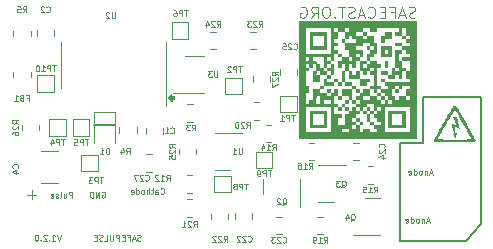
<source format=gbo>
G04 #@! TF.GenerationSoftware,KiCad,Pcbnew,(5.99.0-8941-ge2f8b1a4b1)*
G04 #@! TF.CreationDate,2021-04-11T11:54:57+12:00*
G04 #@! TF.ProjectId,OpenHVPS-5,4f70656e-4856-4505-932d-352e6b696361,V1.2.0*
G04 #@! TF.SameCoordinates,Original*
G04 #@! TF.FileFunction,Legend,Bot*
G04 #@! TF.FilePolarity,Positive*
%FSLAX46Y46*%
G04 Gerber Fmt 4.6, Leading zero omitted, Abs format (unit mm)*
G04 Created by KiCad (PCBNEW (5.99.0-8941-ge2f8b1a4b1)) date 2021-04-11 11:54:57*
%MOMM*%
%LPD*%
G01*
G04 APERTURE LIST*
%ADD10C,0.150000*%
%ADD11C,0.325000*%
%ADD12C,0.100000*%
%ADD13C,0.075000*%
%ADD14C,0.125000*%
%ADD15C,0.120000*%
G04 APERTURE END LIST*
D10*
X159512000Y-77575000D02*
X165100000Y-77575000D01*
X166370000Y-76200000D02*
X165100000Y-77575000D01*
X159512000Y-69350000D02*
X161520000Y-69350000D01*
X161520000Y-65405000D02*
X166370000Y-65405000D01*
X133670000Y-67770000D02*
X135370000Y-67770000D01*
X166370000Y-65405000D02*
X166370000Y-76200000D01*
X159512000Y-71500000D02*
X159512000Y-77575000D01*
D11*
X140362500Y-65500000D02*
G75*
G03*
X140362500Y-65500000I-162500J0D01*
G01*
D10*
X161520000Y-69350000D02*
X161520000Y-65405000D01*
X159512000Y-71500000D02*
X159512000Y-69350000D01*
D12*
X134305952Y-73450000D02*
X134353571Y-73426190D01*
X134425000Y-73426190D01*
X134496428Y-73450000D01*
X134544047Y-73497619D01*
X134567857Y-73545238D01*
X134591666Y-73640476D01*
X134591666Y-73711904D01*
X134567857Y-73807142D01*
X134544047Y-73854761D01*
X134496428Y-73902380D01*
X134425000Y-73926190D01*
X134377380Y-73926190D01*
X134305952Y-73902380D01*
X134282142Y-73878571D01*
X134282142Y-73711904D01*
X134377380Y-73711904D01*
X134067857Y-73926190D02*
X134067857Y-73426190D01*
X133782142Y-73926190D01*
X133782142Y-73426190D01*
X133544047Y-73926190D02*
X133544047Y-73426190D01*
X133425000Y-73426190D01*
X133353571Y-73450000D01*
X133305952Y-73497619D01*
X133282142Y-73545238D01*
X133258333Y-73640476D01*
X133258333Y-73711904D01*
X133282142Y-73807142D01*
X133305952Y-73854761D01*
X133353571Y-73902380D01*
X133425000Y-73926190D01*
X133544047Y-73926190D01*
X160841714Y-58674523D02*
X160706000Y-58719761D01*
X160479809Y-58719761D01*
X160389333Y-58674523D01*
X160344095Y-58629285D01*
X160298857Y-58538809D01*
X160298857Y-58448333D01*
X160344095Y-58357857D01*
X160389333Y-58312619D01*
X160479809Y-58267380D01*
X160660761Y-58222142D01*
X160751238Y-58176904D01*
X160796476Y-58131666D01*
X160841714Y-58041190D01*
X160841714Y-57950714D01*
X160796476Y-57860238D01*
X160751238Y-57815000D01*
X160660761Y-57769761D01*
X160434571Y-57769761D01*
X160298857Y-57815000D01*
X159936952Y-58448333D02*
X159484571Y-58448333D01*
X160027428Y-58719761D02*
X159710761Y-57769761D01*
X159394095Y-58719761D01*
X158760761Y-58222142D02*
X159077428Y-58222142D01*
X159077428Y-58719761D02*
X159077428Y-57769761D01*
X158625047Y-57769761D01*
X158263142Y-58222142D02*
X157946476Y-58222142D01*
X157810761Y-58719761D02*
X158263142Y-58719761D01*
X158263142Y-57769761D01*
X157810761Y-57769761D01*
X156860761Y-58629285D02*
X156906000Y-58674523D01*
X157041714Y-58719761D01*
X157132190Y-58719761D01*
X157267904Y-58674523D01*
X157358380Y-58584047D01*
X157403619Y-58493571D01*
X157448857Y-58312619D01*
X157448857Y-58176904D01*
X157403619Y-57995952D01*
X157358380Y-57905476D01*
X157267904Y-57815000D01*
X157132190Y-57769761D01*
X157041714Y-57769761D01*
X156906000Y-57815000D01*
X156860761Y-57860238D01*
X156498857Y-58448333D02*
X156046476Y-58448333D01*
X156589333Y-58719761D02*
X156272666Y-57769761D01*
X155956000Y-58719761D01*
X155684571Y-58674523D02*
X155548857Y-58719761D01*
X155322666Y-58719761D01*
X155232190Y-58674523D01*
X155186952Y-58629285D01*
X155141714Y-58538809D01*
X155141714Y-58448333D01*
X155186952Y-58357857D01*
X155232190Y-58312619D01*
X155322666Y-58267380D01*
X155503619Y-58222142D01*
X155594095Y-58176904D01*
X155639333Y-58131666D01*
X155684571Y-58041190D01*
X155684571Y-57950714D01*
X155639333Y-57860238D01*
X155594095Y-57815000D01*
X155503619Y-57769761D01*
X155277428Y-57769761D01*
X155141714Y-57815000D01*
X154870285Y-57769761D02*
X154327428Y-57769761D01*
X154598857Y-58719761D02*
X154598857Y-57769761D01*
X154010761Y-58629285D02*
X153965523Y-58674523D01*
X154010761Y-58719761D01*
X154056000Y-58674523D01*
X154010761Y-58629285D01*
X154010761Y-58719761D01*
X153377428Y-57769761D02*
X153196476Y-57769761D01*
X153106000Y-57815000D01*
X153015523Y-57905476D01*
X152970285Y-58086428D01*
X152970285Y-58403095D01*
X153015523Y-58584047D01*
X153106000Y-58674523D01*
X153196476Y-58719761D01*
X153377428Y-58719761D01*
X153467904Y-58674523D01*
X153558380Y-58584047D01*
X153603619Y-58403095D01*
X153603619Y-58086428D01*
X153558380Y-57905476D01*
X153467904Y-57815000D01*
X153377428Y-57769761D01*
X152020285Y-58719761D02*
X152336952Y-58267380D01*
X152563142Y-58719761D02*
X152563142Y-57769761D01*
X152201238Y-57769761D01*
X152110761Y-57815000D01*
X152065523Y-57860238D01*
X152020285Y-57950714D01*
X152020285Y-58086428D01*
X152065523Y-58176904D01*
X152110761Y-58222142D01*
X152201238Y-58267380D01*
X152563142Y-58267380D01*
X151115523Y-57815000D02*
X151206000Y-57769761D01*
X151341714Y-57769761D01*
X151477428Y-57815000D01*
X151567904Y-57905476D01*
X151613142Y-57995952D01*
X151658380Y-58176904D01*
X151658380Y-58312619D01*
X151613142Y-58493571D01*
X151567904Y-58584047D01*
X151477428Y-58674523D01*
X151341714Y-58719761D01*
X151251238Y-58719761D01*
X151115523Y-58674523D01*
X151070285Y-58629285D01*
X151070285Y-58312619D01*
X151251238Y-58312619D01*
X128721952Y-73711428D02*
X127960047Y-73711428D01*
X128341000Y-74092380D02*
X128341000Y-73330476D01*
D13*
X137572190Y-77545380D02*
X137500761Y-77569190D01*
X137381714Y-77569190D01*
X137334095Y-77545380D01*
X137310285Y-77521571D01*
X137286476Y-77473952D01*
X137286476Y-77426333D01*
X137310285Y-77378714D01*
X137334095Y-77354904D01*
X137381714Y-77331095D01*
X137476952Y-77307285D01*
X137524571Y-77283476D01*
X137548380Y-77259666D01*
X137572190Y-77212047D01*
X137572190Y-77164428D01*
X137548380Y-77116809D01*
X137524571Y-77093000D01*
X137476952Y-77069190D01*
X137357904Y-77069190D01*
X137286476Y-77093000D01*
X137096000Y-77426333D02*
X136857904Y-77426333D01*
X137143619Y-77569190D02*
X136976952Y-77069190D01*
X136810285Y-77569190D01*
X136476952Y-77307285D02*
X136643619Y-77307285D01*
X136643619Y-77569190D02*
X136643619Y-77069190D01*
X136405523Y-77069190D01*
X136215047Y-77307285D02*
X136048380Y-77307285D01*
X135976952Y-77569190D02*
X136215047Y-77569190D01*
X136215047Y-77069190D01*
X135976952Y-77069190D01*
X135762666Y-77569190D02*
X135762666Y-77069190D01*
X135572190Y-77069190D01*
X135524571Y-77093000D01*
X135500761Y-77116809D01*
X135476952Y-77164428D01*
X135476952Y-77235857D01*
X135500761Y-77283476D01*
X135524571Y-77307285D01*
X135572190Y-77331095D01*
X135762666Y-77331095D01*
X135262666Y-77069190D02*
X135262666Y-77473952D01*
X135238857Y-77521571D01*
X135215047Y-77545380D01*
X135167428Y-77569190D01*
X135072190Y-77569190D01*
X135024571Y-77545380D01*
X135000761Y-77521571D01*
X134976952Y-77473952D01*
X134976952Y-77069190D01*
X134500761Y-77569190D02*
X134738857Y-77569190D01*
X134738857Y-77069190D01*
X134357904Y-77545380D02*
X134286476Y-77569190D01*
X134167428Y-77569190D01*
X134119809Y-77545380D01*
X134096000Y-77521571D01*
X134072190Y-77473952D01*
X134072190Y-77426333D01*
X134096000Y-77378714D01*
X134119809Y-77354904D01*
X134167428Y-77331095D01*
X134262666Y-77307285D01*
X134310285Y-77283476D01*
X134334095Y-77259666D01*
X134357904Y-77212047D01*
X134357904Y-77164428D01*
X134334095Y-77116809D01*
X134310285Y-77093000D01*
X134262666Y-77069190D01*
X134143619Y-77069190D01*
X134072190Y-77093000D01*
X133857904Y-77307285D02*
X133691238Y-77307285D01*
X133619809Y-77569190D02*
X133857904Y-77569190D01*
X133857904Y-77069190D01*
X133619809Y-77069190D01*
X130810285Y-77069190D02*
X130643619Y-77569190D01*
X130476952Y-77069190D01*
X130048380Y-77569190D02*
X130334095Y-77569190D01*
X130191238Y-77569190D02*
X130191238Y-77069190D01*
X130238857Y-77140619D01*
X130286476Y-77188238D01*
X130334095Y-77212047D01*
X129834095Y-77521571D02*
X129810285Y-77545380D01*
X129834095Y-77569190D01*
X129857904Y-77545380D01*
X129834095Y-77521571D01*
X129834095Y-77569190D01*
X129619809Y-77116809D02*
X129596000Y-77093000D01*
X129548380Y-77069190D01*
X129429333Y-77069190D01*
X129381714Y-77093000D01*
X129357904Y-77116809D01*
X129334095Y-77164428D01*
X129334095Y-77212047D01*
X129357904Y-77283476D01*
X129643619Y-77569190D01*
X129334095Y-77569190D01*
X129119809Y-77521571D02*
X129096000Y-77545380D01*
X129119809Y-77569190D01*
X129143619Y-77545380D01*
X129119809Y-77521571D01*
X129119809Y-77569190D01*
X128786476Y-77069190D02*
X128738857Y-77069190D01*
X128691238Y-77093000D01*
X128667428Y-77116809D01*
X128643619Y-77164428D01*
X128619809Y-77259666D01*
X128619809Y-77378714D01*
X128643619Y-77473952D01*
X128667428Y-77521571D01*
X128691238Y-77545380D01*
X128738857Y-77569190D01*
X128786476Y-77569190D01*
X128834095Y-77545380D01*
X128857904Y-77521571D01*
X128881714Y-77473952D01*
X128905523Y-77378714D01*
X128905523Y-77259666D01*
X128881714Y-77164428D01*
X128857904Y-77116809D01*
X128834095Y-77093000D01*
X128786476Y-77069190D01*
D12*
X131785761Y-73926190D02*
X131785761Y-73426190D01*
X131595285Y-73426190D01*
X131547666Y-73450000D01*
X131523857Y-73473809D01*
X131500047Y-73521428D01*
X131500047Y-73592857D01*
X131523857Y-73640476D01*
X131547666Y-73664285D01*
X131595285Y-73688095D01*
X131785761Y-73688095D01*
X131071476Y-73592857D02*
X131071476Y-73926190D01*
X131285761Y-73592857D02*
X131285761Y-73854761D01*
X131261952Y-73902380D01*
X131214333Y-73926190D01*
X131142904Y-73926190D01*
X131095285Y-73902380D01*
X131071476Y-73878571D01*
X130761952Y-73926190D02*
X130809571Y-73902380D01*
X130833380Y-73854761D01*
X130833380Y-73426190D01*
X130595285Y-73902380D02*
X130547666Y-73926190D01*
X130452428Y-73926190D01*
X130404809Y-73902380D01*
X130381000Y-73854761D01*
X130381000Y-73830952D01*
X130404809Y-73783333D01*
X130452428Y-73759523D01*
X130523857Y-73759523D01*
X130571476Y-73735714D01*
X130595285Y-73688095D01*
X130595285Y-73664285D01*
X130571476Y-73616666D01*
X130523857Y-73592857D01*
X130452428Y-73592857D01*
X130404809Y-73616666D01*
X129976238Y-73902380D02*
X130023857Y-73926190D01*
X130119095Y-73926190D01*
X130166714Y-73902380D01*
X130190523Y-73854761D01*
X130190523Y-73664285D01*
X130166714Y-73616666D01*
X130119095Y-73592857D01*
X130023857Y-73592857D01*
X129976238Y-73616666D01*
X129952428Y-73664285D01*
X129952428Y-73711904D01*
X130190523Y-73759523D01*
D13*
X162277904Y-71838333D02*
X162039809Y-71838333D01*
X162325523Y-71981190D02*
X162158857Y-71481190D01*
X161992190Y-71981190D01*
X161825523Y-71647857D02*
X161825523Y-71981190D01*
X161825523Y-71695476D02*
X161801714Y-71671666D01*
X161754095Y-71647857D01*
X161682666Y-71647857D01*
X161635047Y-71671666D01*
X161611238Y-71719285D01*
X161611238Y-71981190D01*
X161301714Y-71981190D02*
X161349333Y-71957380D01*
X161373142Y-71933571D01*
X161396952Y-71885952D01*
X161396952Y-71743095D01*
X161373142Y-71695476D01*
X161349333Y-71671666D01*
X161301714Y-71647857D01*
X161230285Y-71647857D01*
X161182666Y-71671666D01*
X161158857Y-71695476D01*
X161135047Y-71743095D01*
X161135047Y-71885952D01*
X161158857Y-71933571D01*
X161182666Y-71957380D01*
X161230285Y-71981190D01*
X161301714Y-71981190D01*
X160706476Y-71981190D02*
X160706476Y-71481190D01*
X160706476Y-71957380D02*
X160754095Y-71981190D01*
X160849333Y-71981190D01*
X160896952Y-71957380D01*
X160920761Y-71933571D01*
X160944571Y-71885952D01*
X160944571Y-71743095D01*
X160920761Y-71695476D01*
X160896952Y-71671666D01*
X160849333Y-71647857D01*
X160754095Y-71647857D01*
X160706476Y-71671666D01*
X160277904Y-71957380D02*
X160325523Y-71981190D01*
X160420761Y-71981190D01*
X160468380Y-71957380D01*
X160492190Y-71909761D01*
X160492190Y-71719285D01*
X160468380Y-71671666D01*
X160420761Y-71647857D01*
X160325523Y-71647857D01*
X160277904Y-71671666D01*
X160254095Y-71719285D01*
X160254095Y-71766904D01*
X160492190Y-71814523D01*
X162023904Y-75902333D02*
X161785809Y-75902333D01*
X162071523Y-76045190D02*
X161904857Y-75545190D01*
X161738190Y-76045190D01*
X161571523Y-75711857D02*
X161571523Y-76045190D01*
X161571523Y-75759476D02*
X161547714Y-75735666D01*
X161500095Y-75711857D01*
X161428666Y-75711857D01*
X161381047Y-75735666D01*
X161357238Y-75783285D01*
X161357238Y-76045190D01*
X161047714Y-76045190D02*
X161095333Y-76021380D01*
X161119142Y-75997571D01*
X161142952Y-75949952D01*
X161142952Y-75807095D01*
X161119142Y-75759476D01*
X161095333Y-75735666D01*
X161047714Y-75711857D01*
X160976285Y-75711857D01*
X160928666Y-75735666D01*
X160904857Y-75759476D01*
X160881047Y-75807095D01*
X160881047Y-75949952D01*
X160904857Y-75997571D01*
X160928666Y-76021380D01*
X160976285Y-76045190D01*
X161047714Y-76045190D01*
X160452476Y-76045190D02*
X160452476Y-75545190D01*
X160452476Y-76021380D02*
X160500095Y-76045190D01*
X160595333Y-76045190D01*
X160642952Y-76021380D01*
X160666761Y-75997571D01*
X160690571Y-75949952D01*
X160690571Y-75807095D01*
X160666761Y-75759476D01*
X160642952Y-75735666D01*
X160595333Y-75711857D01*
X160500095Y-75711857D01*
X160452476Y-75735666D01*
X160023904Y-76021380D02*
X160071523Y-76045190D01*
X160166761Y-76045190D01*
X160214380Y-76021380D01*
X160238190Y-75973761D01*
X160238190Y-75783285D01*
X160214380Y-75735666D01*
X160166761Y-75711857D01*
X160071523Y-75711857D01*
X160023904Y-75735666D01*
X160000095Y-75783285D01*
X160000095Y-75830904D01*
X160238190Y-75878523D01*
X139259142Y-73584571D02*
X139282952Y-73608380D01*
X139354380Y-73632190D01*
X139402000Y-73632190D01*
X139473428Y-73608380D01*
X139521047Y-73560761D01*
X139544857Y-73513142D01*
X139568666Y-73417904D01*
X139568666Y-73346476D01*
X139544857Y-73251238D01*
X139521047Y-73203619D01*
X139473428Y-73156000D01*
X139402000Y-73132190D01*
X139354380Y-73132190D01*
X139282952Y-73156000D01*
X139259142Y-73179809D01*
X138830571Y-73632190D02*
X138830571Y-73370285D01*
X138854380Y-73322666D01*
X138902000Y-73298857D01*
X138997238Y-73298857D01*
X139044857Y-73322666D01*
X138830571Y-73608380D02*
X138878190Y-73632190D01*
X138997238Y-73632190D01*
X139044857Y-73608380D01*
X139068666Y-73560761D01*
X139068666Y-73513142D01*
X139044857Y-73465523D01*
X138997238Y-73441714D01*
X138878190Y-73441714D01*
X138830571Y-73417904D01*
X138663904Y-73298857D02*
X138473428Y-73298857D01*
X138592476Y-73132190D02*
X138592476Y-73560761D01*
X138568666Y-73608380D01*
X138521047Y-73632190D01*
X138473428Y-73632190D01*
X138306761Y-73632190D02*
X138306761Y-73132190D01*
X138092476Y-73632190D02*
X138092476Y-73370285D01*
X138116285Y-73322666D01*
X138163904Y-73298857D01*
X138235333Y-73298857D01*
X138282952Y-73322666D01*
X138306761Y-73346476D01*
X137782952Y-73632190D02*
X137830571Y-73608380D01*
X137854380Y-73584571D01*
X137878190Y-73536952D01*
X137878190Y-73394095D01*
X137854380Y-73346476D01*
X137830571Y-73322666D01*
X137782952Y-73298857D01*
X137711523Y-73298857D01*
X137663904Y-73322666D01*
X137640095Y-73346476D01*
X137616285Y-73394095D01*
X137616285Y-73536952D01*
X137640095Y-73584571D01*
X137663904Y-73608380D01*
X137711523Y-73632190D01*
X137782952Y-73632190D01*
X137187714Y-73632190D02*
X137187714Y-73132190D01*
X137187714Y-73608380D02*
X137235333Y-73632190D01*
X137330571Y-73632190D01*
X137378190Y-73608380D01*
X137402000Y-73584571D01*
X137425809Y-73536952D01*
X137425809Y-73394095D01*
X137402000Y-73346476D01*
X137378190Y-73322666D01*
X137330571Y-73298857D01*
X137235333Y-73298857D01*
X137187714Y-73322666D01*
X136759142Y-73608380D02*
X136806761Y-73632190D01*
X136902000Y-73632190D01*
X136949619Y-73608380D01*
X136973428Y-73560761D01*
X136973428Y-73370285D01*
X136949619Y-73322666D01*
X136902000Y-73298857D01*
X136806761Y-73298857D01*
X136759142Y-73322666D01*
X136735333Y-73370285D01*
X136735333Y-73417904D01*
X136973428Y-73465523D01*
X133150952Y-68996190D02*
X132865238Y-68996190D01*
X133008095Y-69496190D02*
X133008095Y-68996190D01*
X132698571Y-69496190D02*
X132698571Y-68996190D01*
X132508095Y-68996190D01*
X132460476Y-69020000D01*
X132436666Y-69043809D01*
X132412857Y-69091428D01*
X132412857Y-69162857D01*
X132436666Y-69210476D01*
X132460476Y-69234285D01*
X132508095Y-69258095D01*
X132698571Y-69258095D01*
X131960476Y-68996190D02*
X132198571Y-68996190D01*
X132222380Y-69234285D01*
X132198571Y-69210476D01*
X132150952Y-69186666D01*
X132031904Y-69186666D01*
X131984285Y-69210476D01*
X131960476Y-69234285D01*
X131936666Y-69281904D01*
X131936666Y-69400952D01*
X131960476Y-69448571D01*
X131984285Y-69472380D01*
X132031904Y-69496190D01*
X132150952Y-69496190D01*
X132198571Y-69472380D01*
X132222380Y-69448571D01*
X142029428Y-76427690D02*
X142196095Y-76189595D01*
X142315142Y-76427690D02*
X142315142Y-75927690D01*
X142124666Y-75927690D01*
X142077047Y-75951500D01*
X142053238Y-75975309D01*
X142029428Y-76022928D01*
X142029428Y-76094357D01*
X142053238Y-76141976D01*
X142077047Y-76165785D01*
X142124666Y-76189595D01*
X142315142Y-76189595D01*
X141838952Y-75975309D02*
X141815142Y-75951500D01*
X141767523Y-75927690D01*
X141648476Y-75927690D01*
X141600857Y-75951500D01*
X141577047Y-75975309D01*
X141553238Y-76022928D01*
X141553238Y-76070547D01*
X141577047Y-76141976D01*
X141862761Y-76427690D01*
X141553238Y-76427690D01*
X141077047Y-76427690D02*
X141362761Y-76427690D01*
X141219904Y-76427690D02*
X141219904Y-75927690D01*
X141267523Y-75999119D01*
X141315142Y-76046738D01*
X141362761Y-76070547D01*
X150630952Y-66926190D02*
X150345238Y-66926190D01*
X150488095Y-67426190D02*
X150488095Y-66926190D01*
X150178571Y-67426190D02*
X150178571Y-66926190D01*
X149988095Y-66926190D01*
X149940476Y-66950000D01*
X149916666Y-66973809D01*
X149892857Y-67021428D01*
X149892857Y-67092857D01*
X149916666Y-67140476D01*
X149940476Y-67164285D01*
X149988095Y-67188095D01*
X150178571Y-67188095D01*
X149416666Y-67426190D02*
X149702380Y-67426190D01*
X149559523Y-67426190D02*
X149559523Y-66926190D01*
X149607142Y-66997619D01*
X149654761Y-67045238D01*
X149702380Y-67069047D01*
X139743428Y-72489190D02*
X139910095Y-72251095D01*
X140029142Y-72489190D02*
X140029142Y-71989190D01*
X139838666Y-71989190D01*
X139791047Y-72013000D01*
X139767238Y-72036809D01*
X139743428Y-72084428D01*
X139743428Y-72155857D01*
X139767238Y-72203476D01*
X139791047Y-72227285D01*
X139838666Y-72251095D01*
X140029142Y-72251095D01*
X139267238Y-72489190D02*
X139552952Y-72489190D01*
X139410095Y-72489190D02*
X139410095Y-71989190D01*
X139457714Y-72060619D01*
X139505333Y-72108238D01*
X139552952Y-72132047D01*
X139076761Y-72036809D02*
X139052952Y-72013000D01*
X139005333Y-71989190D01*
X138886285Y-71989190D01*
X138838666Y-72013000D01*
X138814857Y-72036809D01*
X138791047Y-72084428D01*
X138791047Y-72132047D01*
X138814857Y-72203476D01*
X139100571Y-72489190D01*
X138791047Y-72489190D01*
X154567619Y-73043809D02*
X154615238Y-73020000D01*
X154662857Y-72972380D01*
X154734285Y-72900952D01*
X154781904Y-72877142D01*
X154829523Y-72877142D01*
X154805714Y-72996190D02*
X154853333Y-72972380D01*
X154900952Y-72924761D01*
X154924761Y-72829523D01*
X154924761Y-72662857D01*
X154900952Y-72567619D01*
X154853333Y-72520000D01*
X154805714Y-72496190D01*
X154710476Y-72496190D01*
X154662857Y-72520000D01*
X154615238Y-72567619D01*
X154591428Y-72662857D01*
X154591428Y-72829523D01*
X154615238Y-72924761D01*
X154662857Y-72972380D01*
X154710476Y-72996190D01*
X154805714Y-72996190D01*
X154424761Y-72496190D02*
X154115238Y-72496190D01*
X154281904Y-72686666D01*
X154210476Y-72686666D01*
X154162857Y-72710476D01*
X154139047Y-72734285D01*
X154115238Y-72781904D01*
X154115238Y-72900952D01*
X154139047Y-72948571D01*
X154162857Y-72972380D01*
X154210476Y-72996190D01*
X154353333Y-72996190D01*
X154400952Y-72972380D01*
X154424761Y-72948571D01*
X141557202Y-58078190D02*
X141271488Y-58078190D01*
X141414345Y-58578190D02*
X141414345Y-58078190D01*
X141104821Y-58578190D02*
X141104821Y-58078190D01*
X140914345Y-58078190D01*
X140866726Y-58102000D01*
X140842916Y-58125809D01*
X140819107Y-58173428D01*
X140819107Y-58244857D01*
X140842916Y-58292476D01*
X140866726Y-58316285D01*
X140914345Y-58340095D01*
X141104821Y-58340095D01*
X140390535Y-58078190D02*
X140485773Y-58078190D01*
X140533392Y-58102000D01*
X140557202Y-58125809D01*
X140604821Y-58197238D01*
X140628630Y-58292476D01*
X140628630Y-58482952D01*
X140604821Y-58530571D01*
X140581011Y-58554380D01*
X140533392Y-58578190D01*
X140438154Y-58578190D01*
X140390535Y-58554380D01*
X140366726Y-58530571D01*
X140342916Y-58482952D01*
X140342916Y-58363904D01*
X140366726Y-58316285D01*
X140390535Y-58292476D01*
X140438154Y-58268666D01*
X140533392Y-58268666D01*
X140581011Y-58292476D01*
X140604821Y-58316285D01*
X140628630Y-58363904D01*
X144021428Y-59476190D02*
X144188095Y-59238095D01*
X144307142Y-59476190D02*
X144307142Y-58976190D01*
X144116666Y-58976190D01*
X144069047Y-59000000D01*
X144045238Y-59023809D01*
X144021428Y-59071428D01*
X144021428Y-59142857D01*
X144045238Y-59190476D01*
X144069047Y-59214285D01*
X144116666Y-59238095D01*
X144307142Y-59238095D01*
X143830952Y-59023809D02*
X143807142Y-59000000D01*
X143759523Y-58976190D01*
X143640476Y-58976190D01*
X143592857Y-59000000D01*
X143569047Y-59023809D01*
X143545238Y-59071428D01*
X143545238Y-59119047D01*
X143569047Y-59190476D01*
X143854761Y-59476190D01*
X143545238Y-59476190D01*
X143116666Y-59142857D02*
X143116666Y-59476190D01*
X143235714Y-58952380D02*
X143354761Y-59309523D01*
X143045238Y-59309523D01*
X149591428Y-77698571D02*
X149615238Y-77722380D01*
X149686666Y-77746190D01*
X149734285Y-77746190D01*
X149805714Y-77722380D01*
X149853333Y-77674761D01*
X149877142Y-77627142D01*
X149900952Y-77531904D01*
X149900952Y-77460476D01*
X149877142Y-77365238D01*
X149853333Y-77317619D01*
X149805714Y-77270000D01*
X149734285Y-77246190D01*
X149686666Y-77246190D01*
X149615238Y-77270000D01*
X149591428Y-77293809D01*
X149400952Y-77293809D02*
X149377142Y-77270000D01*
X149329523Y-77246190D01*
X149210476Y-77246190D01*
X149162857Y-77270000D01*
X149139047Y-77293809D01*
X149115238Y-77341428D01*
X149115238Y-77389047D01*
X149139047Y-77460476D01*
X149424761Y-77746190D01*
X149115238Y-77746190D01*
X148948571Y-77246190D02*
X148639047Y-77246190D01*
X148805714Y-77436666D01*
X148734285Y-77436666D01*
X148686666Y-77460476D01*
X148662857Y-77484285D01*
X148639047Y-77531904D01*
X148639047Y-77650952D01*
X148662857Y-77698571D01*
X148686666Y-77722380D01*
X148734285Y-77746190D01*
X148877142Y-77746190D01*
X148924761Y-77722380D01*
X148948571Y-77698571D01*
X129603333Y-58198571D02*
X129627142Y-58222380D01*
X129698571Y-58246190D01*
X129746190Y-58246190D01*
X129817619Y-58222380D01*
X129865238Y-58174761D01*
X129889047Y-58127142D01*
X129912857Y-58031904D01*
X129912857Y-57960476D01*
X129889047Y-57865238D01*
X129865238Y-57817619D01*
X129817619Y-57770000D01*
X129746190Y-57746190D01*
X129698571Y-57746190D01*
X129627142Y-57770000D01*
X129603333Y-57793809D01*
X129412857Y-57793809D02*
X129389047Y-57770000D01*
X129341428Y-57746190D01*
X129222380Y-57746190D01*
X129174761Y-57770000D01*
X129150952Y-57793809D01*
X129127142Y-57841428D01*
X129127142Y-57889047D01*
X129150952Y-57960476D01*
X129436666Y-58246190D01*
X129127142Y-58246190D01*
X134380952Y-72226190D02*
X134095238Y-72226190D01*
X134238095Y-72726190D02*
X134238095Y-72226190D01*
X133928571Y-72726190D02*
X133928571Y-72226190D01*
X133738095Y-72226190D01*
X133690476Y-72250000D01*
X133666666Y-72273809D01*
X133642857Y-72321428D01*
X133642857Y-72392857D01*
X133666666Y-72440476D01*
X133690476Y-72464285D01*
X133738095Y-72488095D01*
X133928571Y-72488095D01*
X133476190Y-72226190D02*
X133166666Y-72226190D01*
X133333333Y-72416666D01*
X133261904Y-72416666D01*
X133214285Y-72440476D01*
X133190476Y-72464285D01*
X133166666Y-72511904D01*
X133166666Y-72630952D01*
X133190476Y-72678571D01*
X133214285Y-72702380D01*
X133261904Y-72726190D01*
X133404761Y-72726190D01*
X133452380Y-72702380D01*
X133476190Y-72678571D01*
X158178571Y-69678571D02*
X158202380Y-69654761D01*
X158226190Y-69583333D01*
X158226190Y-69535714D01*
X158202380Y-69464285D01*
X158154761Y-69416666D01*
X158107142Y-69392857D01*
X158011904Y-69369047D01*
X157940476Y-69369047D01*
X157845238Y-69392857D01*
X157797619Y-69416666D01*
X157750000Y-69464285D01*
X157726190Y-69535714D01*
X157726190Y-69583333D01*
X157750000Y-69654761D01*
X157773809Y-69678571D01*
X157773809Y-69869047D02*
X157750000Y-69892857D01*
X157726190Y-69940476D01*
X157726190Y-70059523D01*
X157750000Y-70107142D01*
X157773809Y-70130952D01*
X157821428Y-70154761D01*
X157869047Y-70154761D01*
X157940476Y-70130952D01*
X158226190Y-69845238D01*
X158226190Y-70154761D01*
X157892857Y-70583333D02*
X158226190Y-70583333D01*
X157702380Y-70464285D02*
X158059523Y-70345238D01*
X158059523Y-70654761D01*
X140496190Y-69698571D02*
X140258095Y-69531904D01*
X140496190Y-69412857D02*
X139996190Y-69412857D01*
X139996190Y-69603333D01*
X140020000Y-69650952D01*
X140043809Y-69674761D01*
X140091428Y-69698571D01*
X140162857Y-69698571D01*
X140210476Y-69674761D01*
X140234285Y-69650952D01*
X140258095Y-69603333D01*
X140258095Y-69412857D01*
X140043809Y-69889047D02*
X140020000Y-69912857D01*
X139996190Y-69960476D01*
X139996190Y-70079523D01*
X140020000Y-70127142D01*
X140043809Y-70150952D01*
X140091428Y-70174761D01*
X140139047Y-70174761D01*
X140210476Y-70150952D01*
X140496190Y-69865238D01*
X140496190Y-70174761D01*
X139996190Y-70627142D02*
X139996190Y-70389047D01*
X140234285Y-70365238D01*
X140210476Y-70389047D01*
X140186666Y-70436666D01*
X140186666Y-70555714D01*
X140210476Y-70603333D01*
X140234285Y-70627142D01*
X140281904Y-70650952D01*
X140400952Y-70650952D01*
X140448571Y-70627142D01*
X140472380Y-70603333D01*
X140496190Y-70555714D01*
X140496190Y-70436666D01*
X140472380Y-70389047D01*
X140448571Y-70365238D01*
X144606428Y-77664690D02*
X144773095Y-77426595D01*
X144892142Y-77664690D02*
X144892142Y-77164690D01*
X144701666Y-77164690D01*
X144654047Y-77188500D01*
X144630238Y-77212309D01*
X144606428Y-77259928D01*
X144606428Y-77331357D01*
X144630238Y-77378976D01*
X144654047Y-77402785D01*
X144701666Y-77426595D01*
X144892142Y-77426595D01*
X144415952Y-77212309D02*
X144392142Y-77188500D01*
X144344523Y-77164690D01*
X144225476Y-77164690D01*
X144177857Y-77188500D01*
X144154047Y-77212309D01*
X144130238Y-77259928D01*
X144130238Y-77307547D01*
X144154047Y-77378976D01*
X144439761Y-77664690D01*
X144130238Y-77664690D01*
X143939761Y-77212309D02*
X143915952Y-77188500D01*
X143868333Y-77164690D01*
X143749285Y-77164690D01*
X143701666Y-77188500D01*
X143677857Y-77212309D01*
X143654047Y-77259928D01*
X143654047Y-77307547D01*
X143677857Y-77378976D01*
X143963571Y-77664690D01*
X143654047Y-77664690D01*
X134889047Y-70246190D02*
X134889047Y-69746190D01*
X134770000Y-69746190D01*
X134698571Y-69770000D01*
X134650952Y-69817619D01*
X134627142Y-69865238D01*
X134603333Y-69960476D01*
X134603333Y-70031904D01*
X134627142Y-70127142D01*
X134650952Y-70174761D01*
X134698571Y-70222380D01*
X134770000Y-70246190D01*
X134889047Y-70246190D01*
X134127142Y-70246190D02*
X134412857Y-70246190D01*
X134270000Y-70246190D02*
X134270000Y-69746190D01*
X134317619Y-69817619D01*
X134365238Y-69865238D01*
X134412857Y-69889047D01*
X127603333Y-58246190D02*
X127770000Y-58008095D01*
X127889047Y-58246190D02*
X127889047Y-57746190D01*
X127698571Y-57746190D01*
X127650952Y-57770000D01*
X127627142Y-57793809D01*
X127603333Y-57841428D01*
X127603333Y-57912857D01*
X127627142Y-57960476D01*
X127650952Y-57984285D01*
X127698571Y-58008095D01*
X127889047Y-58008095D01*
X127150952Y-57746190D02*
X127389047Y-57746190D01*
X127412857Y-57984285D01*
X127389047Y-57960476D01*
X127341428Y-57936666D01*
X127222380Y-57936666D01*
X127174761Y-57960476D01*
X127150952Y-57984285D01*
X127127142Y-58031904D01*
X127127142Y-58150952D01*
X127150952Y-58198571D01*
X127174761Y-58222380D01*
X127222380Y-58246190D01*
X127341428Y-58246190D01*
X127389047Y-58222380D01*
X127412857Y-58198571D01*
X144080952Y-63226190D02*
X144080952Y-63630952D01*
X144057142Y-63678571D01*
X144033333Y-63702380D01*
X143985714Y-63726190D01*
X143890476Y-63726190D01*
X143842857Y-63702380D01*
X143819047Y-63678571D01*
X143795238Y-63630952D01*
X143795238Y-63226190D01*
X143604761Y-63226190D02*
X143295238Y-63226190D01*
X143461904Y-63416666D01*
X143390476Y-63416666D01*
X143342857Y-63440476D01*
X143319047Y-63464285D01*
X143295238Y-63511904D01*
X143295238Y-63630952D01*
X143319047Y-63678571D01*
X143342857Y-63702380D01*
X143390476Y-63726190D01*
X143533333Y-63726190D01*
X143580952Y-63702380D01*
X143604761Y-63678571D01*
X146661428Y-77617071D02*
X146685238Y-77640880D01*
X146756666Y-77664690D01*
X146804285Y-77664690D01*
X146875714Y-77640880D01*
X146923333Y-77593261D01*
X146947142Y-77545642D01*
X146970952Y-77450404D01*
X146970952Y-77378976D01*
X146947142Y-77283738D01*
X146923333Y-77236119D01*
X146875714Y-77188500D01*
X146804285Y-77164690D01*
X146756666Y-77164690D01*
X146685238Y-77188500D01*
X146661428Y-77212309D01*
X146470952Y-77212309D02*
X146447142Y-77188500D01*
X146399523Y-77164690D01*
X146280476Y-77164690D01*
X146232857Y-77188500D01*
X146209047Y-77212309D01*
X146185238Y-77259928D01*
X146185238Y-77307547D01*
X146209047Y-77378976D01*
X146494761Y-77664690D01*
X146185238Y-77664690D01*
X145994761Y-77212309D02*
X145970952Y-77188500D01*
X145923333Y-77164690D01*
X145804285Y-77164690D01*
X145756666Y-77188500D01*
X145732857Y-77212309D01*
X145709047Y-77259928D01*
X145709047Y-77307547D01*
X145732857Y-77378976D01*
X146018571Y-77664690D01*
X145709047Y-77664690D01*
X155347619Y-75873809D02*
X155395238Y-75850000D01*
X155442857Y-75802380D01*
X155514285Y-75730952D01*
X155561904Y-75707142D01*
X155609523Y-75707142D01*
X155585714Y-75826190D02*
X155633333Y-75802380D01*
X155680952Y-75754761D01*
X155704761Y-75659523D01*
X155704761Y-75492857D01*
X155680952Y-75397619D01*
X155633333Y-75350000D01*
X155585714Y-75326190D01*
X155490476Y-75326190D01*
X155442857Y-75350000D01*
X155395238Y-75397619D01*
X155371428Y-75492857D01*
X155371428Y-75659523D01*
X155395238Y-75754761D01*
X155442857Y-75802380D01*
X155490476Y-75826190D01*
X155585714Y-75826190D01*
X154942857Y-75492857D02*
X154942857Y-75826190D01*
X155061904Y-75302380D02*
X155180952Y-75659523D01*
X154871428Y-75659523D01*
X146521428Y-68026190D02*
X146688095Y-67788095D01*
X146807142Y-68026190D02*
X146807142Y-67526190D01*
X146616666Y-67526190D01*
X146569047Y-67550000D01*
X146545238Y-67573809D01*
X146521428Y-67621428D01*
X146521428Y-67692857D01*
X146545238Y-67740476D01*
X146569047Y-67764285D01*
X146616666Y-67788095D01*
X146807142Y-67788095D01*
X146330952Y-67573809D02*
X146307142Y-67550000D01*
X146259523Y-67526190D01*
X146140476Y-67526190D01*
X146092857Y-67550000D01*
X146069047Y-67573809D01*
X146045238Y-67621428D01*
X146045238Y-67669047D01*
X146069047Y-67740476D01*
X146354761Y-68026190D01*
X146045238Y-68026190D01*
X145735714Y-67526190D02*
X145688095Y-67526190D01*
X145640476Y-67550000D01*
X145616666Y-67573809D01*
X145592857Y-67621428D01*
X145569047Y-67716666D01*
X145569047Y-67835714D01*
X145592857Y-67930952D01*
X145616666Y-67978571D01*
X145640476Y-68002380D01*
X145688095Y-68026190D01*
X145735714Y-68026190D01*
X145783333Y-68002380D01*
X145807142Y-67978571D01*
X145830952Y-67930952D01*
X145854761Y-67835714D01*
X145854761Y-67716666D01*
X145830952Y-67621428D01*
X145807142Y-67573809D01*
X145783333Y-67550000D01*
X145735714Y-67526190D01*
X149567619Y-74543809D02*
X149615238Y-74520000D01*
X149662857Y-74472380D01*
X149734285Y-74400952D01*
X149781904Y-74377142D01*
X149829523Y-74377142D01*
X149805714Y-74496190D02*
X149853333Y-74472380D01*
X149900952Y-74424761D01*
X149924761Y-74329523D01*
X149924761Y-74162857D01*
X149900952Y-74067619D01*
X149853333Y-74020000D01*
X149805714Y-73996190D01*
X149710476Y-73996190D01*
X149662857Y-74020000D01*
X149615238Y-74067619D01*
X149591428Y-74162857D01*
X149591428Y-74329523D01*
X149615238Y-74424761D01*
X149662857Y-74472380D01*
X149710476Y-74496190D01*
X149805714Y-74496190D01*
X149400952Y-74043809D02*
X149377142Y-74020000D01*
X149329523Y-73996190D01*
X149210476Y-73996190D01*
X149162857Y-74020000D01*
X149139047Y-74043809D01*
X149115238Y-74091428D01*
X149115238Y-74139047D01*
X149139047Y-74210476D01*
X149424761Y-74496190D01*
X149115238Y-74496190D01*
X130389047Y-62726190D02*
X130103333Y-62726190D01*
X130246190Y-63226190D02*
X130246190Y-62726190D01*
X129936666Y-63226190D02*
X129936666Y-62726190D01*
X129746190Y-62726190D01*
X129698571Y-62750000D01*
X129674761Y-62773809D01*
X129650952Y-62821428D01*
X129650952Y-62892857D01*
X129674761Y-62940476D01*
X129698571Y-62964285D01*
X129746190Y-62988095D01*
X129936666Y-62988095D01*
X129174761Y-63226190D02*
X129460476Y-63226190D01*
X129317619Y-63226190D02*
X129317619Y-62726190D01*
X129365238Y-62797619D01*
X129412857Y-62845238D01*
X129460476Y-62869047D01*
X128865238Y-62726190D02*
X128817619Y-62726190D01*
X128770000Y-62750000D01*
X128746190Y-62773809D01*
X128722380Y-62821428D01*
X128698571Y-62916666D01*
X128698571Y-63035714D01*
X128722380Y-63130952D01*
X128746190Y-63178571D01*
X128770000Y-63202380D01*
X128817619Y-63226190D01*
X128865238Y-63226190D01*
X128912857Y-63202380D01*
X128936666Y-63178571D01*
X128960476Y-63130952D01*
X128984285Y-63035714D01*
X128984285Y-62916666D01*
X128960476Y-62821428D01*
X128936666Y-62773809D01*
X128912857Y-62750000D01*
X128865238Y-62726190D01*
X147571428Y-59476190D02*
X147738095Y-59238095D01*
X147857142Y-59476190D02*
X147857142Y-58976190D01*
X147666666Y-58976190D01*
X147619047Y-59000000D01*
X147595238Y-59023809D01*
X147571428Y-59071428D01*
X147571428Y-59142857D01*
X147595238Y-59190476D01*
X147619047Y-59214285D01*
X147666666Y-59238095D01*
X147857142Y-59238095D01*
X147380952Y-59023809D02*
X147357142Y-59000000D01*
X147309523Y-58976190D01*
X147190476Y-58976190D01*
X147142857Y-59000000D01*
X147119047Y-59023809D01*
X147095238Y-59071428D01*
X147095238Y-59119047D01*
X147119047Y-59190476D01*
X147404761Y-59476190D01*
X147095238Y-59476190D01*
X146928571Y-58976190D02*
X146619047Y-58976190D01*
X146785714Y-59166666D01*
X146714285Y-59166666D01*
X146666666Y-59190476D01*
X146642857Y-59214285D01*
X146619047Y-59261904D01*
X146619047Y-59380952D01*
X146642857Y-59428571D01*
X146666666Y-59452380D01*
X146714285Y-59476190D01*
X146857142Y-59476190D01*
X146904761Y-59452380D01*
X146928571Y-59428571D01*
X140103333Y-68448571D02*
X140127142Y-68472380D01*
X140198571Y-68496190D01*
X140246190Y-68496190D01*
X140317619Y-68472380D01*
X140365238Y-68424761D01*
X140389047Y-68377142D01*
X140412857Y-68281904D01*
X140412857Y-68210476D01*
X140389047Y-68115238D01*
X140365238Y-68067619D01*
X140317619Y-68020000D01*
X140246190Y-67996190D01*
X140198571Y-67996190D01*
X140127142Y-68020000D01*
X140103333Y-68043809D01*
X139627142Y-68496190D02*
X139912857Y-68496190D01*
X139770000Y-68496190D02*
X139770000Y-67996190D01*
X139817619Y-68067619D01*
X139865238Y-68115238D01*
X139912857Y-68139047D01*
X148721428Y-69926190D02*
X148888095Y-69688095D01*
X149007142Y-69926190D02*
X149007142Y-69426190D01*
X148816666Y-69426190D01*
X148769047Y-69450000D01*
X148745238Y-69473809D01*
X148721428Y-69521428D01*
X148721428Y-69592857D01*
X148745238Y-69640476D01*
X148769047Y-69664285D01*
X148816666Y-69688095D01*
X149007142Y-69688095D01*
X148245238Y-69926190D02*
X148530952Y-69926190D01*
X148388095Y-69926190D02*
X148388095Y-69426190D01*
X148435714Y-69497619D01*
X148483333Y-69545238D01*
X148530952Y-69569047D01*
X147816666Y-69592857D02*
X147816666Y-69926190D01*
X147935714Y-69402380D02*
X148054761Y-69759523D01*
X147745238Y-69759523D01*
X146130952Y-62826190D02*
X145845238Y-62826190D01*
X145988095Y-63326190D02*
X145988095Y-62826190D01*
X145678571Y-63326190D02*
X145678571Y-62826190D01*
X145488095Y-62826190D01*
X145440476Y-62850000D01*
X145416666Y-62873809D01*
X145392857Y-62921428D01*
X145392857Y-62992857D01*
X145416666Y-63040476D01*
X145440476Y-63064285D01*
X145488095Y-63088095D01*
X145678571Y-63088095D01*
X145202380Y-62873809D02*
X145178571Y-62850000D01*
X145130952Y-62826190D01*
X145011904Y-62826190D01*
X144964285Y-62850000D01*
X144940476Y-62873809D01*
X144916666Y-62921428D01*
X144916666Y-62969047D01*
X144940476Y-63040476D01*
X145226190Y-63326190D01*
X144916666Y-63326190D01*
X146650952Y-72746190D02*
X146365238Y-72746190D01*
X146508095Y-73246190D02*
X146508095Y-72746190D01*
X146198571Y-73246190D02*
X146198571Y-72746190D01*
X146008095Y-72746190D01*
X145960476Y-72770000D01*
X145936666Y-72793809D01*
X145912857Y-72841428D01*
X145912857Y-72912857D01*
X145936666Y-72960476D01*
X145960476Y-72984285D01*
X146008095Y-73008095D01*
X146198571Y-73008095D01*
X145627142Y-72960476D02*
X145674761Y-72936666D01*
X145698571Y-72912857D01*
X145722380Y-72865238D01*
X145722380Y-72841428D01*
X145698571Y-72793809D01*
X145674761Y-72770000D01*
X145627142Y-72746190D01*
X145531904Y-72746190D01*
X145484285Y-72770000D01*
X145460476Y-72793809D01*
X145436666Y-72841428D01*
X145436666Y-72865238D01*
X145460476Y-72912857D01*
X145484285Y-72936666D01*
X145531904Y-72960476D01*
X145627142Y-72960476D01*
X145674761Y-72984285D01*
X145698571Y-73008095D01*
X145722380Y-73055714D01*
X145722380Y-73150952D01*
X145698571Y-73198571D01*
X145674761Y-73222380D01*
X145627142Y-73246190D01*
X145531904Y-73246190D01*
X145484285Y-73222380D01*
X145460476Y-73198571D01*
X145436666Y-73150952D01*
X145436666Y-73055714D01*
X145460476Y-73008095D01*
X145484285Y-72984285D01*
X145531904Y-72960476D01*
X148630952Y-71626190D02*
X148345238Y-71626190D01*
X148488095Y-72126190D02*
X148488095Y-71626190D01*
X148178571Y-72126190D02*
X148178571Y-71626190D01*
X147988095Y-71626190D01*
X147940476Y-71650000D01*
X147916666Y-71673809D01*
X147892857Y-71721428D01*
X147892857Y-71792857D01*
X147916666Y-71840476D01*
X147940476Y-71864285D01*
X147988095Y-71888095D01*
X148178571Y-71888095D01*
X147654761Y-72126190D02*
X147559523Y-72126190D01*
X147511904Y-72102380D01*
X147488095Y-72078571D01*
X147440476Y-72007142D01*
X147416666Y-71911904D01*
X147416666Y-71721428D01*
X147440476Y-71673809D01*
X147464285Y-71650000D01*
X147511904Y-71626190D01*
X147607142Y-71626190D01*
X147654761Y-71650000D01*
X147678571Y-71673809D01*
X147702380Y-71721428D01*
X147702380Y-71840476D01*
X147678571Y-71888095D01*
X147654761Y-71911904D01*
X147607142Y-71935714D01*
X147511904Y-71935714D01*
X147464285Y-71911904D01*
X147440476Y-71888095D01*
X147416666Y-71840476D01*
X135400952Y-58246190D02*
X135400952Y-58650952D01*
X135377142Y-58698571D01*
X135353333Y-58722380D01*
X135305714Y-58746190D01*
X135210476Y-58746190D01*
X135162857Y-58722380D01*
X135139047Y-58698571D01*
X135115238Y-58650952D01*
X135115238Y-58246190D01*
X134900952Y-58293809D02*
X134877142Y-58270000D01*
X134829523Y-58246190D01*
X134710476Y-58246190D01*
X134662857Y-58270000D01*
X134639047Y-58293809D01*
X134615238Y-58341428D01*
X134615238Y-58389047D01*
X134639047Y-58460476D01*
X134924761Y-58746190D01*
X134615238Y-58746190D01*
X127226190Y-67678571D02*
X126988095Y-67511904D01*
X127226190Y-67392857D02*
X126726190Y-67392857D01*
X126726190Y-67583333D01*
X126750000Y-67630952D01*
X126773809Y-67654761D01*
X126821428Y-67678571D01*
X126892857Y-67678571D01*
X126940476Y-67654761D01*
X126964285Y-67630952D01*
X126988095Y-67583333D01*
X126988095Y-67392857D01*
X126773809Y-67869047D02*
X126750000Y-67892857D01*
X126726190Y-67940476D01*
X126726190Y-68059523D01*
X126750000Y-68107142D01*
X126773809Y-68130952D01*
X126821428Y-68154761D01*
X126869047Y-68154761D01*
X126940476Y-68130952D01*
X127226190Y-67845238D01*
X127226190Y-68154761D01*
X126726190Y-68583333D02*
X126726190Y-68488095D01*
X126750000Y-68440476D01*
X126773809Y-68416666D01*
X126845238Y-68369047D01*
X126940476Y-68345238D01*
X127130952Y-68345238D01*
X127178571Y-68369047D01*
X127202380Y-68392857D01*
X127226190Y-68440476D01*
X127226190Y-68535714D01*
X127202380Y-68583333D01*
X127178571Y-68607142D01*
X127130952Y-68630952D01*
X127011904Y-68630952D01*
X126964285Y-68607142D01*
X126940476Y-68583333D01*
X126916666Y-68535714D01*
X126916666Y-68440476D01*
X126940476Y-68392857D01*
X126964285Y-68369047D01*
X127011904Y-68345238D01*
X137965428Y-72441571D02*
X137989238Y-72465380D01*
X138060666Y-72489190D01*
X138108285Y-72489190D01*
X138179714Y-72465380D01*
X138227333Y-72417761D01*
X138251142Y-72370142D01*
X138274952Y-72274904D01*
X138274952Y-72203476D01*
X138251142Y-72108238D01*
X138227333Y-72060619D01*
X138179714Y-72013000D01*
X138108285Y-71989190D01*
X138060666Y-71989190D01*
X137989238Y-72013000D01*
X137965428Y-72036809D01*
X137774952Y-72036809D02*
X137751142Y-72013000D01*
X137703523Y-71989190D01*
X137584476Y-71989190D01*
X137536857Y-72013000D01*
X137513047Y-72036809D01*
X137489238Y-72084428D01*
X137489238Y-72132047D01*
X137513047Y-72203476D01*
X137798761Y-72489190D01*
X137489238Y-72489190D01*
X137322571Y-71989190D02*
X136989238Y-71989190D01*
X137203523Y-72489190D01*
X141913333Y-68246190D02*
X142080000Y-68008095D01*
X142199047Y-68246190D02*
X142199047Y-67746190D01*
X142008571Y-67746190D01*
X141960952Y-67770000D01*
X141937142Y-67793809D01*
X141913333Y-67841428D01*
X141913333Y-67912857D01*
X141937142Y-67960476D01*
X141960952Y-67984285D01*
X142008571Y-68008095D01*
X142199047Y-68008095D01*
X141746666Y-67746190D02*
X141437142Y-67746190D01*
X141603809Y-67936666D01*
X141532380Y-67936666D01*
X141484761Y-67960476D01*
X141460952Y-67984285D01*
X141437142Y-68031904D01*
X141437142Y-68150952D01*
X141460952Y-68198571D01*
X141484761Y-68222380D01*
X141532380Y-68246190D01*
X141675238Y-68246190D01*
X141722857Y-68222380D01*
X141746666Y-68198571D01*
X136353333Y-70246190D02*
X136520000Y-70008095D01*
X136639047Y-70246190D02*
X136639047Y-69746190D01*
X136448571Y-69746190D01*
X136400952Y-69770000D01*
X136377142Y-69793809D01*
X136353333Y-69841428D01*
X136353333Y-69912857D01*
X136377142Y-69960476D01*
X136400952Y-69984285D01*
X136448571Y-70008095D01*
X136639047Y-70008095D01*
X135924761Y-69912857D02*
X135924761Y-70246190D01*
X136043809Y-69722380D02*
X136162857Y-70079523D01*
X135853333Y-70079523D01*
X157321428Y-73496190D02*
X157488095Y-73258095D01*
X157607142Y-73496190D02*
X157607142Y-72996190D01*
X157416666Y-72996190D01*
X157369047Y-73020000D01*
X157345238Y-73043809D01*
X157321428Y-73091428D01*
X157321428Y-73162857D01*
X157345238Y-73210476D01*
X157369047Y-73234285D01*
X157416666Y-73258095D01*
X157607142Y-73258095D01*
X156845238Y-73496190D02*
X157130952Y-73496190D01*
X156988095Y-73496190D02*
X156988095Y-72996190D01*
X157035714Y-73067619D01*
X157083333Y-73115238D01*
X157130952Y-73139047D01*
X156392857Y-72996190D02*
X156630952Y-72996190D01*
X156654761Y-73234285D01*
X156630952Y-73210476D01*
X156583333Y-73186666D01*
X156464285Y-73186666D01*
X156416666Y-73210476D01*
X156392857Y-73234285D01*
X156369047Y-73281904D01*
X156369047Y-73400952D01*
X156392857Y-73448571D01*
X156416666Y-73472380D01*
X156464285Y-73496190D01*
X156583333Y-73496190D01*
X156630952Y-73472380D01*
X156654761Y-73448571D01*
X131130952Y-68976190D02*
X130845238Y-68976190D01*
X130988095Y-69476190D02*
X130988095Y-68976190D01*
X130678571Y-69476190D02*
X130678571Y-68976190D01*
X130488095Y-68976190D01*
X130440476Y-69000000D01*
X130416666Y-69023809D01*
X130392857Y-69071428D01*
X130392857Y-69142857D01*
X130416666Y-69190476D01*
X130440476Y-69214285D01*
X130488095Y-69238095D01*
X130678571Y-69238095D01*
X129964285Y-69142857D02*
X129964285Y-69476190D01*
X130083333Y-68952380D02*
X130202380Y-69309523D01*
X129892857Y-69309523D01*
X146150952Y-69746190D02*
X146150952Y-70150952D01*
X146127142Y-70198571D01*
X146103333Y-70222380D01*
X146055714Y-70246190D01*
X145960476Y-70246190D01*
X145912857Y-70222380D01*
X145889047Y-70198571D01*
X145865238Y-70150952D01*
X145865238Y-69746190D01*
X145365238Y-70246190D02*
X145650952Y-70246190D01*
X145508095Y-70246190D02*
X145508095Y-69746190D01*
X145555714Y-69817619D01*
X145603333Y-69865238D01*
X145650952Y-69889047D01*
X151841428Y-71496190D02*
X152008095Y-71258095D01*
X152127142Y-71496190D02*
X152127142Y-70996190D01*
X151936666Y-70996190D01*
X151889047Y-71020000D01*
X151865238Y-71043809D01*
X151841428Y-71091428D01*
X151841428Y-71162857D01*
X151865238Y-71210476D01*
X151889047Y-71234285D01*
X151936666Y-71258095D01*
X152127142Y-71258095D01*
X151365238Y-71496190D02*
X151650952Y-71496190D01*
X151508095Y-71496190D02*
X151508095Y-70996190D01*
X151555714Y-71067619D01*
X151603333Y-71115238D01*
X151650952Y-71139047D01*
X150936666Y-70996190D02*
X151031904Y-70996190D01*
X151079523Y-71020000D01*
X151103333Y-71043809D01*
X151150952Y-71115238D01*
X151174761Y-71210476D01*
X151174761Y-71400952D01*
X151150952Y-71448571D01*
X151127142Y-71472380D01*
X151079523Y-71496190D01*
X150984285Y-71496190D01*
X150936666Y-71472380D01*
X150912857Y-71448571D01*
X150889047Y-71400952D01*
X150889047Y-71281904D01*
X150912857Y-71234285D01*
X150936666Y-71210476D01*
X150984285Y-71186666D01*
X151079523Y-71186666D01*
X151127142Y-71210476D01*
X151150952Y-71234285D01*
X151174761Y-71281904D01*
X150521428Y-61328571D02*
X150545238Y-61352380D01*
X150616666Y-61376190D01*
X150664285Y-61376190D01*
X150735714Y-61352380D01*
X150783333Y-61304761D01*
X150807142Y-61257142D01*
X150830952Y-61161904D01*
X150830952Y-61090476D01*
X150807142Y-60995238D01*
X150783333Y-60947619D01*
X150735714Y-60900000D01*
X150664285Y-60876190D01*
X150616666Y-60876190D01*
X150545238Y-60900000D01*
X150521428Y-60923809D01*
X150330952Y-60923809D02*
X150307142Y-60900000D01*
X150259523Y-60876190D01*
X150140476Y-60876190D01*
X150092857Y-60900000D01*
X150069047Y-60923809D01*
X150045238Y-60971428D01*
X150045238Y-61019047D01*
X150069047Y-61090476D01*
X150354761Y-61376190D01*
X150045238Y-61376190D01*
X149592857Y-60876190D02*
X149830952Y-60876190D01*
X149854761Y-61114285D01*
X149830952Y-61090476D01*
X149783333Y-61066666D01*
X149664285Y-61066666D01*
X149616666Y-61090476D01*
X149592857Y-61114285D01*
X149569047Y-61161904D01*
X149569047Y-61280952D01*
X149592857Y-61328571D01*
X149616666Y-61352380D01*
X149664285Y-61376190D01*
X149783333Y-61376190D01*
X149830952Y-61352380D01*
X149854761Y-61328571D01*
X127916666Y-65464285D02*
X128083333Y-65464285D01*
X128083333Y-65726190D02*
X128083333Y-65226190D01*
X127845238Y-65226190D01*
X127488095Y-65464285D02*
X127416666Y-65488095D01*
X127392857Y-65511904D01*
X127369047Y-65559523D01*
X127369047Y-65630952D01*
X127392857Y-65678571D01*
X127416666Y-65702380D01*
X127464285Y-65726190D01*
X127654761Y-65726190D01*
X127654761Y-65226190D01*
X127488095Y-65226190D01*
X127440476Y-65250000D01*
X127416666Y-65273809D01*
X127392857Y-65321428D01*
X127392857Y-65369047D01*
X127416666Y-65416666D01*
X127440476Y-65440476D01*
X127488095Y-65464285D01*
X127654761Y-65464285D01*
X126892857Y-65726190D02*
X127178571Y-65726190D01*
X127035714Y-65726190D02*
X127035714Y-65226190D01*
X127083333Y-65297619D01*
X127130952Y-65345238D01*
X127178571Y-65369047D01*
D14*
X149176190Y-63578571D02*
X148938095Y-63411904D01*
X149176190Y-63292857D02*
X148676190Y-63292857D01*
X148676190Y-63483333D01*
X148700000Y-63530952D01*
X148723809Y-63554761D01*
X148771428Y-63578571D01*
X148842857Y-63578571D01*
X148890476Y-63554761D01*
X148914285Y-63530952D01*
X148938095Y-63483333D01*
X148938095Y-63292857D01*
X148723809Y-63769047D02*
X148700000Y-63792857D01*
X148676190Y-63840476D01*
X148676190Y-63959523D01*
X148700000Y-64007142D01*
X148723809Y-64030952D01*
X148771428Y-64054761D01*
X148819047Y-64054761D01*
X148890476Y-64030952D01*
X149176190Y-63745238D01*
X149176190Y-64054761D01*
X148676190Y-64221428D02*
X148676190Y-64554761D01*
X149176190Y-64340476D01*
D13*
X127178571Y-71416666D02*
X127202380Y-71392857D01*
X127226190Y-71321428D01*
X127226190Y-71273809D01*
X127202380Y-71202380D01*
X127154761Y-71154761D01*
X127107142Y-71130952D01*
X127011904Y-71107142D01*
X126940476Y-71107142D01*
X126845238Y-71130952D01*
X126797619Y-71154761D01*
X126750000Y-71202380D01*
X126726190Y-71273809D01*
X126726190Y-71321428D01*
X126750000Y-71392857D01*
X126773809Y-71416666D01*
X126892857Y-71845238D02*
X127226190Y-71845238D01*
X126702380Y-71726190D02*
X127059523Y-71607142D01*
X127059523Y-71916666D01*
X153091428Y-77746190D02*
X153258095Y-77508095D01*
X153377142Y-77746190D02*
X153377142Y-77246190D01*
X153186666Y-77246190D01*
X153139047Y-77270000D01*
X153115238Y-77293809D01*
X153091428Y-77341428D01*
X153091428Y-77412857D01*
X153115238Y-77460476D01*
X153139047Y-77484285D01*
X153186666Y-77508095D01*
X153377142Y-77508095D01*
X152615238Y-77746190D02*
X152900952Y-77746190D01*
X152758095Y-77746190D02*
X152758095Y-77246190D01*
X152805714Y-77317619D01*
X152853333Y-77365238D01*
X152900952Y-77389047D01*
X152377142Y-77746190D02*
X152281904Y-77746190D01*
X152234285Y-77722380D01*
X152210476Y-77698571D01*
X152162857Y-77627142D01*
X152139047Y-77531904D01*
X152139047Y-77341428D01*
X152162857Y-77293809D01*
X152186666Y-77270000D01*
X152234285Y-77246190D01*
X152329523Y-77246190D01*
X152377142Y-77270000D01*
X152400952Y-77293809D01*
X152424761Y-77341428D01*
X152424761Y-77460476D01*
X152400952Y-77508095D01*
X152377142Y-77531904D01*
X152329523Y-77555714D01*
X152234285Y-77555714D01*
X152186666Y-77531904D01*
X152162857Y-77508095D01*
X152139047Y-77460476D01*
G36*
X155498717Y-63550717D02*
G01*
X155803572Y-63550717D01*
X155803572Y-63245861D01*
X156108428Y-63245861D01*
X156108428Y-63855572D01*
X155193861Y-63855572D01*
X155193861Y-63245861D01*
X155498717Y-63245861D01*
X155498717Y-63550717D01*
G37*
G36*
X158228559Y-65670848D02*
G01*
X157923703Y-65670848D01*
X157923703Y-65365992D01*
X158228559Y-65365992D01*
X158228559Y-65670848D01*
G37*
G36*
X153378586Y-64160428D02*
G01*
X153988297Y-64160428D01*
X153988297Y-64465283D01*
X153073730Y-64465283D01*
X153073730Y-63855572D01*
X153378586Y-63855572D01*
X153378586Y-64160428D01*
G37*
G36*
X153683441Y-65074994D02*
G01*
X153378586Y-65074994D01*
X153378586Y-64770139D01*
X153683441Y-64770139D01*
X153683441Y-65074994D01*
G37*
G36*
X160958400Y-59005600D02*
G01*
X160958400Y-69010400D01*
X150953600Y-69010400D01*
X150953600Y-66280559D01*
X151563310Y-66280559D01*
X151563310Y-68400690D01*
X155193861Y-68400690D01*
X155193861Y-68095834D01*
X154598008Y-68095834D01*
X154598008Y-68400690D01*
X153683441Y-68400690D01*
X153683441Y-66280559D01*
X151563310Y-66280559D01*
X150953600Y-66280559D01*
X150953600Y-63245861D01*
X151563310Y-63245861D01*
X151563310Y-64465283D01*
X151868706Y-64465283D01*
X151864972Y-64766674D01*
X151861237Y-65068066D01*
X151712274Y-65071999D01*
X151563310Y-65075932D01*
X151563310Y-65975703D01*
X151868166Y-65975703D01*
X151868166Y-65680086D01*
X152464020Y-65680086D01*
X152464020Y-65975703D01*
X152768875Y-65975703D01*
X152768875Y-65670848D01*
X153073730Y-65670848D01*
X153073730Y-65975703D01*
X153683441Y-65975703D01*
X153683441Y-65670848D01*
X153073730Y-65670848D01*
X152768875Y-65670848D01*
X152768875Y-65365992D01*
X152625685Y-65365992D01*
X152582042Y-65366425D01*
X152528531Y-65368323D01*
X152490177Y-65371385D01*
X152473258Y-65375230D01*
X152472278Y-65377871D01*
X152469643Y-65402542D01*
X152467373Y-65449284D01*
X152465595Y-65513913D01*
X152464434Y-65592242D01*
X152464020Y-65680086D01*
X151868166Y-65680086D01*
X151868166Y-65670848D01*
X152173331Y-65670848D01*
X152172568Y-65369457D01*
X152172541Y-65358462D01*
X152172344Y-65257626D01*
X152172231Y-65156195D01*
X152172203Y-65061246D01*
X152172263Y-64979856D01*
X152172413Y-64919102D01*
X152173021Y-64770139D01*
X152767937Y-64770139D01*
X152771870Y-64919102D01*
X152775804Y-65068066D01*
X153077195Y-65071800D01*
X153378586Y-65075535D01*
X153378586Y-65365992D01*
X153683441Y-65365992D01*
X153683441Y-65075932D01*
X153832405Y-65071999D01*
X153981368Y-65068066D01*
X153985301Y-64919102D01*
X153989234Y-64770139D01*
X154293152Y-64770139D01*
X154293152Y-65365992D01*
X154598008Y-65365992D01*
X154598008Y-65670848D01*
X154294090Y-65670848D01*
X154290157Y-65521884D01*
X154286224Y-65372921D01*
X154137260Y-65368988D01*
X153988297Y-65365055D01*
X153988297Y-65975703D01*
X154293152Y-65975703D01*
X154293152Y-66280559D01*
X153988297Y-66280559D01*
X153988297Y-66890270D01*
X154598945Y-66890270D01*
X154591079Y-67188196D01*
X154442116Y-67192130D01*
X154293152Y-67196063D01*
X154293152Y-67790979D01*
X154889006Y-67790979D01*
X154889006Y-67195125D01*
X155497779Y-67195125D01*
X155501712Y-67344088D01*
X155505645Y-67493052D01*
X155654609Y-67496985D01*
X155803572Y-67500918D01*
X155803572Y-67790041D01*
X155654609Y-67793974D01*
X155505645Y-67797907D01*
X155501712Y-67946871D01*
X155497779Y-68095834D01*
X155803572Y-68095834D01*
X155803572Y-67790979D01*
X156108428Y-67790979D01*
X156108428Y-68400690D01*
X156413283Y-68400690D01*
X156413283Y-68095294D01*
X156714674Y-68099028D01*
X157016065Y-68102763D01*
X157019998Y-68251726D01*
X157023932Y-68400690D01*
X157618848Y-68400690D01*
X157618848Y-68095834D01*
X157313992Y-68095834D01*
X157313992Y-67790979D01*
X157923703Y-67790979D01*
X157923703Y-67499980D01*
X157618848Y-67499980D01*
X157618848Y-67196063D01*
X157469884Y-67192130D01*
X157320921Y-67188196D01*
X157313055Y-66890270D01*
X157618848Y-66890270D01*
X157618848Y-66585414D01*
X157923703Y-66585414D01*
X157923703Y-66280559D01*
X158228559Y-66280559D01*
X158228559Y-68400690D01*
X160348690Y-68400690D01*
X160348690Y-66280559D01*
X158228559Y-66280559D01*
X157923703Y-66280559D01*
X157618848Y-66280559D01*
X157618848Y-66585414D01*
X157313992Y-66585414D01*
X157313992Y-65975703D01*
X156718139Y-65975703D01*
X156718139Y-66280559D01*
X156413283Y-66280559D01*
X156413283Y-66585414D01*
X156108428Y-66585414D01*
X156108428Y-66890270D01*
X155803572Y-66890270D01*
X155803572Y-67195125D01*
X155497779Y-67195125D01*
X154889006Y-67195125D01*
X154889006Y-66890270D01*
X155193861Y-66890270D01*
X155193861Y-66585414D01*
X155498717Y-66585414D01*
X155498717Y-66280559D01*
X155803572Y-66280559D01*
X155803572Y-66585414D01*
X156108428Y-66585414D01*
X156108428Y-66280559D01*
X155803572Y-66280559D01*
X155803572Y-65975703D01*
X156108428Y-65975703D01*
X156108428Y-65670848D01*
X155803572Y-65670848D01*
X155803572Y-65366065D01*
X156413283Y-65366065D01*
X156413283Y-65670848D01*
X157023932Y-65670848D01*
X157019998Y-65521884D01*
X157016065Y-65372921D01*
X156413283Y-65366065D01*
X155803572Y-65366065D01*
X155803572Y-65365992D01*
X156108428Y-65365992D01*
X156108428Y-65075932D01*
X156257391Y-65071999D01*
X156406355Y-65068066D01*
X156410285Y-64919371D01*
X156414215Y-64770677D01*
X156457573Y-64770139D01*
X157022994Y-64770139D01*
X157022994Y-65365992D01*
X157618848Y-65365992D01*
X157618848Y-65075932D01*
X157469884Y-65071999D01*
X157320921Y-65068066D01*
X157316988Y-64919102D01*
X157313055Y-64770139D01*
X157617910Y-64770139D01*
X157621843Y-64919102D01*
X157625776Y-65068066D01*
X157774740Y-65071999D01*
X157923703Y-65075932D01*
X157923703Y-65365055D01*
X157774740Y-65368988D01*
X157625776Y-65372921D01*
X157621843Y-65521884D01*
X157617910Y-65670848D01*
X157923703Y-65670848D01*
X157923703Y-65975703D01*
X158228559Y-65975703D01*
X158228559Y-65670848D01*
X158533414Y-65670848D01*
X158533414Y-65975703D01*
X158838269Y-65975703D01*
X158838269Y-65670848D01*
X158533414Y-65670848D01*
X158533414Y-65365992D01*
X158228559Y-65365992D01*
X158228559Y-65074994D01*
X157923703Y-65074994D01*
X157923703Y-64770139D01*
X157617910Y-64770139D01*
X157313055Y-64770139D01*
X157022994Y-64770139D01*
X156457573Y-64770139D01*
X156715140Y-64766943D01*
X157016065Y-64763210D01*
X157019998Y-64614247D01*
X157023932Y-64465283D01*
X157313992Y-64465283D01*
X157313992Y-63550717D01*
X157023932Y-63550717D01*
X157019998Y-63401753D01*
X157016065Y-63252790D01*
X156753628Y-63245861D01*
X156718139Y-63244924D01*
X156718139Y-63550717D01*
X156413283Y-63550717D01*
X156413283Y-63245861D01*
X156108428Y-63245861D01*
X156108428Y-62345152D01*
X155803572Y-62345152D01*
X155803572Y-62941006D01*
X155498717Y-62941006D01*
X155498717Y-62650008D01*
X155193861Y-62650008D01*
X155193861Y-63244924D01*
X155044898Y-63248857D01*
X154895934Y-63252790D01*
X154892281Y-63706609D01*
X154888627Y-64160428D01*
X154598008Y-64160428D01*
X154598008Y-63245861D01*
X154889006Y-63245861D01*
X154889006Y-62650008D01*
X154598008Y-62650008D01*
X154598008Y-62941006D01*
X154293152Y-62941006D01*
X154293152Y-62346090D01*
X154442116Y-62342157D01*
X154591079Y-62338224D01*
X154595012Y-62189260D01*
X154598945Y-62040297D01*
X155192924Y-62040297D01*
X155196857Y-62189260D01*
X155200790Y-62338224D01*
X155349753Y-62342157D01*
X155498717Y-62346090D01*
X155498717Y-62040297D01*
X155193861Y-62040297D01*
X155193861Y-61735441D01*
X155803572Y-61735441D01*
X155803572Y-62040297D01*
X156108428Y-62040297D01*
X156108428Y-61735441D01*
X155803572Y-61735441D01*
X155193861Y-61735441D01*
X155193861Y-61430586D01*
X154889006Y-61430586D01*
X154889006Y-61125731D01*
X155803572Y-61125731D01*
X155803572Y-61430586D01*
X156413283Y-61430586D01*
X156413283Y-62040297D01*
X156108428Y-62040297D01*
X156108428Y-62345152D01*
X156718139Y-62345152D01*
X156718139Y-61735441D01*
X157022994Y-61735441D01*
X157022994Y-61430586D01*
X157313992Y-61430586D01*
X157313992Y-61125731D01*
X157023932Y-61125731D01*
X157019998Y-60976767D01*
X157016065Y-60827804D01*
X156714674Y-60824069D01*
X156413283Y-60820335D01*
X156413283Y-61125731D01*
X155803572Y-61125731D01*
X154889006Y-61125731D01*
X154889006Y-60820875D01*
X155803572Y-60820875D01*
X155803572Y-60516020D01*
X155498717Y-60516020D01*
X155498717Y-60225021D01*
X156413283Y-60225021D01*
X156413283Y-60516020D01*
X156718139Y-60516020D01*
X156718139Y-60225021D01*
X156413283Y-60225021D01*
X155498717Y-60225021D01*
X155193861Y-60225021D01*
X155193861Y-60515082D01*
X155044898Y-60519015D01*
X154895934Y-60522948D01*
X154892001Y-60671912D01*
X154888068Y-60820875D01*
X154598008Y-60820875D01*
X154598008Y-60516020D01*
X154889006Y-60516020D01*
X154889006Y-59920166D01*
X154293152Y-59920166D01*
X154293152Y-60516020D01*
X153988297Y-60516020D01*
X153988297Y-60820875D01*
X154293152Y-60820875D01*
X154293152Y-61125731D01*
X153988297Y-61125731D01*
X153988297Y-61430586D01*
X154293152Y-61430586D01*
X154293152Y-61735441D01*
X153988297Y-61735441D01*
X153988297Y-62345152D01*
X153683441Y-62345152D01*
X153683441Y-62650008D01*
X153378586Y-62650008D01*
X153378586Y-62941006D01*
X153073730Y-62941006D01*
X153073730Y-63245861D01*
X153378586Y-63245861D01*
X153378586Y-63550717D01*
X152768875Y-63550717D01*
X152768875Y-64160428D01*
X152174052Y-64160428D01*
X152170072Y-63859037D01*
X152169948Y-63849413D01*
X152168959Y-63747943D01*
X152168469Y-63645195D01*
X152168481Y-63550717D01*
X152463082Y-63550717D01*
X152768875Y-63550717D01*
X152768875Y-63244924D01*
X152619912Y-63248857D01*
X152470948Y-63252790D01*
X152467015Y-63401753D01*
X152463082Y-63550717D01*
X152168481Y-63550717D01*
X152168481Y-63548417D01*
X152168994Y-63464854D01*
X152170011Y-63401753D01*
X152173929Y-63245861D01*
X152464020Y-63245861D01*
X152464020Y-62650008D01*
X152173021Y-62650008D01*
X152173021Y-62941006D01*
X151868166Y-62941006D01*
X151868166Y-63245861D01*
X151563310Y-63245861D01*
X150953600Y-63245861D01*
X150953600Y-62650008D01*
X151563310Y-62650008D01*
X151563310Y-62941006D01*
X151868166Y-62941006D01*
X151868166Y-62650008D01*
X151563310Y-62650008D01*
X150953600Y-62650008D01*
X150953600Y-62040297D01*
X151563310Y-62040297D01*
X151563310Y-62346090D01*
X151598837Y-62345152D01*
X151712274Y-62342157D01*
X151861237Y-62338224D01*
X151865170Y-62189260D01*
X151869103Y-62040297D01*
X152173021Y-62040297D01*
X152173021Y-62345152D01*
X152463082Y-62345152D01*
X152467015Y-62494116D01*
X152470948Y-62643079D01*
X152619912Y-62647012D01*
X152768875Y-62650945D01*
X152768875Y-62941006D01*
X153073730Y-62941006D01*
X153073730Y-62040297D01*
X153378586Y-62040297D01*
X153378586Y-62345152D01*
X153683441Y-62345152D01*
X153683441Y-62040297D01*
X153378586Y-62040297D01*
X153073730Y-62040297D01*
X152173021Y-62040297D01*
X151869103Y-62040297D01*
X151563310Y-62040297D01*
X150953600Y-62040297D01*
X150953600Y-59615310D01*
X151563310Y-59615310D01*
X151563310Y-61735441D01*
X153683441Y-61735441D01*
X153683441Y-59921104D01*
X153988297Y-59921104D01*
X154137260Y-59917170D01*
X154286224Y-59913237D01*
X154290157Y-59764274D01*
X154294090Y-59615310D01*
X154888068Y-59615310D01*
X154892001Y-59764274D01*
X154895934Y-59913237D01*
X155044898Y-59917170D01*
X155193861Y-59921104D01*
X155193861Y-59920166D01*
X155802635Y-59920166D01*
X155806568Y-60069129D01*
X155810501Y-60218093D01*
X156406355Y-60218093D01*
X156410288Y-60069129D01*
X156414221Y-59920166D01*
X156718139Y-59920166D01*
X156718139Y-60225021D01*
X156867102Y-60224188D01*
X156941269Y-60223931D01*
X157035944Y-60224062D01*
X157122624Y-60224676D01*
X157197366Y-60225715D01*
X157256227Y-60227120D01*
X157295262Y-60228833D01*
X157310527Y-60230794D01*
X157310948Y-60232743D01*
X157312126Y-60255536D01*
X157313137Y-60300559D01*
X157313925Y-60363700D01*
X157314435Y-60440850D01*
X157314608Y-60527896D01*
X157314566Y-60820875D01*
X157618848Y-60820875D01*
X157618848Y-61735441D01*
X157313992Y-61735441D01*
X157313992Y-62040297D01*
X157022994Y-62040297D01*
X157022994Y-62345152D01*
X156718139Y-62345152D01*
X156718139Y-62650008D01*
X156413283Y-62650008D01*
X156413283Y-62941006D01*
X156718139Y-62941006D01*
X157022994Y-62941006D01*
X157022994Y-63245861D01*
X157313992Y-63245861D01*
X157313992Y-62941006D01*
X157022994Y-62941006D01*
X156718139Y-62941006D01*
X156718139Y-62650945D01*
X157016065Y-62643079D01*
X157019998Y-62494116D01*
X157023932Y-62345152D01*
X157617910Y-62345152D01*
X157621843Y-62494116D01*
X157625776Y-62643079D01*
X157774740Y-62647012D01*
X157923703Y-62650945D01*
X157923703Y-62940068D01*
X157774740Y-62944002D01*
X157625776Y-62947935D01*
X157622194Y-63706609D01*
X157618611Y-64465283D01*
X157923703Y-64465283D01*
X157923703Y-64770139D01*
X158533414Y-64770139D01*
X158838269Y-64770139D01*
X158838269Y-65365055D01*
X158987233Y-65368988D01*
X159136196Y-65372921D01*
X159140129Y-65521884D01*
X159144062Y-65670848D01*
X159447980Y-65670848D01*
X159447980Y-65527658D01*
X160043834Y-65527658D01*
X160043834Y-65670848D01*
X160348690Y-65670848D01*
X160348690Y-65365992D01*
X160205500Y-65365992D01*
X160161857Y-65366425D01*
X160108346Y-65368323D01*
X160069992Y-65371385D01*
X160053072Y-65375230D01*
X160050284Y-65384721D01*
X160046954Y-65417471D01*
X160044678Y-65467209D01*
X160043834Y-65527658D01*
X159447980Y-65527658D01*
X159447980Y-65365992D01*
X160043834Y-65365992D01*
X160043834Y-64770139D01*
X160348690Y-64770139D01*
X160348690Y-64465283D01*
X159738979Y-64465283D01*
X159738979Y-64770139D01*
X159448918Y-64770139D01*
X159444985Y-64919102D01*
X159441052Y-65068066D01*
X159292088Y-65071999D01*
X159143125Y-65075932D01*
X159143125Y-64771076D01*
X159292088Y-64767143D01*
X159441052Y-64763210D01*
X159444985Y-64614247D01*
X159448918Y-64465283D01*
X159143125Y-64465283D01*
X159143125Y-64770139D01*
X158838269Y-64770139D01*
X158533414Y-64770139D01*
X158533414Y-64465283D01*
X158228559Y-64465283D01*
X158228559Y-64160428D01*
X160348690Y-64160428D01*
X160348690Y-63855572D01*
X160043834Y-63855572D01*
X160043834Y-63245861D01*
X160348690Y-63245861D01*
X160348690Y-62345152D01*
X159738979Y-62345152D01*
X159738979Y-62040297D01*
X160348690Y-62040297D01*
X160348690Y-61735441D01*
X160043834Y-61735441D01*
X160043834Y-61430586D01*
X159738979Y-61430586D01*
X159738979Y-61125731D01*
X160348690Y-61125731D01*
X160348690Y-60820875D01*
X160043834Y-60820875D01*
X160043834Y-60516020D01*
X159738979Y-60516020D01*
X159738979Y-60225021D01*
X159143125Y-60225021D01*
X159143125Y-59921104D01*
X159292088Y-59917170D01*
X159441052Y-59913237D01*
X159444985Y-59764274D01*
X159448918Y-59615310D01*
X159739051Y-59615310D01*
X159742479Y-59916702D01*
X159745907Y-60218093D01*
X159894871Y-60222026D01*
X160043834Y-60225959D01*
X160043834Y-60516020D01*
X160348690Y-60516020D01*
X160348690Y-60225021D01*
X160043834Y-60225021D01*
X160043834Y-59615310D01*
X159739051Y-59615310D01*
X159448918Y-59615310D01*
X157618848Y-59615310D01*
X157618848Y-59920166D01*
X157022994Y-59920166D01*
X157022994Y-59615310D01*
X156413283Y-59615310D01*
X156413283Y-59920166D01*
X155802635Y-59920166D01*
X155193861Y-59920166D01*
X155193861Y-59615310D01*
X154888068Y-59615310D01*
X154294090Y-59615310D01*
X153988297Y-59615310D01*
X153988297Y-59921104D01*
X153683441Y-59921104D01*
X153683441Y-59615310D01*
X151563310Y-59615310D01*
X150953600Y-59615310D01*
X150953600Y-59005600D01*
X160958400Y-59005600D01*
G37*
G36*
X155498717Y-64465283D02*
G01*
X154889006Y-64465283D01*
X154889006Y-64160428D01*
X155498717Y-64160428D01*
X155498717Y-64465283D01*
G37*
G36*
X159738979Y-61125731D02*
G01*
X159143125Y-61125731D01*
X159143125Y-60820875D01*
X159738979Y-60820875D01*
X159738979Y-61125731D01*
G37*
G36*
X156413283Y-67790979D02*
G01*
X156108428Y-67790979D01*
X156108428Y-67499980D01*
X156413283Y-67499980D01*
X156413283Y-67790979D01*
G37*
G36*
X157022994Y-61430586D02*
G01*
X156718139Y-61430586D01*
X156718139Y-61125731D01*
X157022994Y-61125731D01*
X157022994Y-61430586D01*
G37*
G36*
X157313992Y-66585414D02*
G01*
X157313992Y-66890270D01*
X157022994Y-66890270D01*
X157022994Y-67499980D01*
X156718139Y-67499980D01*
X156718139Y-66890270D01*
X157022994Y-66890270D01*
X157022994Y-66585414D01*
X157313992Y-66585414D01*
G37*
G36*
X157022994Y-66585414D02*
G01*
X156718139Y-66585414D01*
X156718139Y-66890270D01*
X156413283Y-66890270D01*
X156413283Y-66585414D01*
X156718139Y-66585414D01*
X156718139Y-66280559D01*
X157022994Y-66280559D01*
X157022994Y-66585414D01*
G37*
G36*
X156108428Y-65074994D02*
G01*
X155803572Y-65074994D01*
X155803572Y-64770139D01*
X156108428Y-64770139D01*
X156108428Y-65074994D01*
G37*
G36*
X157313992Y-67790979D02*
G01*
X157022994Y-67790979D01*
X157022994Y-67499980D01*
X157313992Y-67499980D01*
X157313992Y-67790979D01*
G37*
G36*
X154293152Y-64160428D02*
G01*
X153988297Y-64160428D01*
X153988297Y-63855572D01*
X154293152Y-63855572D01*
X154293152Y-64160428D01*
G37*
G36*
X160029977Y-66599271D02*
G01*
X160029977Y-68081977D01*
X158547271Y-68081977D01*
X158547271Y-66890270D01*
X158838269Y-66890270D01*
X158838269Y-67790979D01*
X159738979Y-67790979D01*
X159738979Y-66890270D01*
X158838269Y-66890270D01*
X158547271Y-66890270D01*
X158547271Y-66599271D01*
X160029977Y-66599271D01*
G37*
G36*
X153073730Y-64770139D02*
G01*
X152768875Y-64770139D01*
X152768875Y-64465283D01*
X153073730Y-64465283D01*
X153073730Y-64770139D01*
G37*
G36*
X157022994Y-64160428D02*
G01*
X156718139Y-64160428D01*
X156718139Y-64465283D01*
X156108428Y-64465283D01*
X156108428Y-63855572D01*
X157022994Y-63855572D01*
X157022994Y-64160428D01*
G37*
G36*
X155803572Y-65975703D02*
G01*
X155498717Y-65975703D01*
X155498717Y-65670848D01*
X155803572Y-65670848D01*
X155803572Y-65975703D01*
G37*
G36*
X155498717Y-65670848D02*
G01*
X155193861Y-65670848D01*
X155193861Y-65975703D01*
X154889006Y-65975703D01*
X154889006Y-66280559D01*
X154598008Y-66280559D01*
X154598008Y-65975703D01*
X154888068Y-65975703D01*
X154892001Y-65826740D01*
X154895934Y-65677776D01*
X155044898Y-65673843D01*
X155193861Y-65669910D01*
X155193861Y-65366566D01*
X154900883Y-65366609D01*
X154870943Y-65366591D01*
X154786747Y-65366299D01*
X154713822Y-65365690D01*
X154656279Y-65364821D01*
X154618228Y-65363748D01*
X154603780Y-65362527D01*
X154602283Y-65353398D01*
X154600504Y-65319869D01*
X154599017Y-65265541D01*
X154597882Y-65194356D01*
X154597157Y-65110259D01*
X154596902Y-65017193D01*
X154597174Y-64919102D01*
X154598008Y-64770139D01*
X155498717Y-64770139D01*
X155498717Y-65670848D01*
G37*
G36*
X153988297Y-63550717D02*
G01*
X153683441Y-63550717D01*
X153683441Y-63245861D01*
X153378586Y-63245861D01*
X153378586Y-62941006D01*
X153683441Y-62941006D01*
X153683441Y-62650008D01*
X153988297Y-62650008D01*
X153988297Y-63550717D01*
G37*
G36*
X158838269Y-60516020D02*
G01*
X158228559Y-60516020D01*
X158228559Y-60820875D01*
X157923703Y-60820875D01*
X157923703Y-60225021D01*
X158228559Y-60225021D01*
X158228559Y-59920166D01*
X158838269Y-59920166D01*
X158838269Y-60516020D01*
G37*
G36*
X158533414Y-62941006D02*
G01*
X158228559Y-62941006D01*
X158228559Y-62345152D01*
X158533414Y-62345152D01*
X158533414Y-62941006D01*
G37*
G36*
X159738979Y-61735441D02*
G01*
X159447980Y-61735441D01*
X159447980Y-62345152D01*
X159738979Y-62345152D01*
X159739788Y-62494116D01*
X159739905Y-62522109D01*
X159739961Y-62612306D01*
X159739658Y-62707782D01*
X159739037Y-62792043D01*
X159737476Y-62941006D01*
X160043834Y-62941006D01*
X160043834Y-63244924D01*
X159894871Y-63248857D01*
X159745907Y-63252790D01*
X159743073Y-63405218D01*
X159742512Y-63437519D01*
X159741225Y-63528319D01*
X159740195Y-63623336D01*
X159739608Y-63706609D01*
X159738979Y-63855572D01*
X159448918Y-63855572D01*
X159444985Y-63706609D01*
X159441052Y-63557645D01*
X159292088Y-63553712D01*
X159143125Y-63549779D01*
X159143125Y-63855572D01*
X158533414Y-63855572D01*
X158533414Y-63550717D01*
X158838269Y-63550717D01*
X158838269Y-62941006D01*
X159143125Y-62941006D01*
X159143125Y-63245861D01*
X159448918Y-63245861D01*
X159441052Y-62947935D01*
X159292088Y-62944002D01*
X159143125Y-62940068D01*
X159143125Y-61430586D01*
X159738979Y-61430586D01*
X159738979Y-61735441D01*
G37*
G36*
X158228559Y-64160428D02*
G01*
X157923703Y-64160428D01*
X157923703Y-63855572D01*
X158228559Y-63855572D01*
X158228559Y-64160428D01*
G37*
G36*
X154598008Y-66585414D02*
G01*
X154293152Y-66585414D01*
X154293152Y-66280559D01*
X154598008Y-66280559D01*
X154598008Y-66585414D01*
G37*
G36*
X155803572Y-64770139D02*
G01*
X155498717Y-64770139D01*
X155498717Y-64465283D01*
X155803572Y-64465283D01*
X155803572Y-64770139D01*
G37*
G36*
X158838269Y-61125731D02*
G01*
X158838269Y-62040297D01*
X157923703Y-62040297D01*
X157923703Y-61430586D01*
X158228559Y-61430586D01*
X158228559Y-61735441D01*
X158533414Y-61735441D01*
X158533414Y-61430586D01*
X158228559Y-61430586D01*
X157923703Y-61430586D01*
X157923703Y-61125731D01*
X158838269Y-61125731D01*
G37*
G36*
X153364729Y-59934023D02*
G01*
X153364729Y-61416729D01*
X151882023Y-61416729D01*
X151882023Y-60225021D01*
X152173021Y-60225021D01*
X152173021Y-61125731D01*
X153073730Y-61125731D01*
X153073730Y-60225021D01*
X152173021Y-60225021D01*
X151882023Y-60225021D01*
X151882023Y-59934023D01*
X153364729Y-59934023D01*
G37*
G36*
X153683441Y-63855572D02*
G01*
X153378586Y-63855572D01*
X153378586Y-63550717D01*
X153683441Y-63550717D01*
X153683441Y-63855572D01*
G37*
G36*
X153364729Y-66599271D02*
G01*
X153364729Y-68081977D01*
X151882023Y-68081977D01*
X151882023Y-66890270D01*
X152173021Y-66890270D01*
X152173021Y-67790979D01*
X153073730Y-67790979D01*
X153073730Y-66890270D01*
X152173021Y-66890270D01*
X151882023Y-66890270D01*
X151882023Y-66599271D01*
X153364729Y-66599271D01*
G37*
G36*
X155193861Y-66585414D02*
G01*
X154889006Y-66585414D01*
X154889006Y-66280559D01*
X155193861Y-66280559D01*
X155193861Y-66585414D01*
G37*
G36*
X156108428Y-67499980D02*
G01*
X155803572Y-67499980D01*
X155803572Y-67195125D01*
X156108428Y-67195125D01*
X156108428Y-67499980D01*
G37*
G36*
X158533414Y-63550717D02*
G01*
X157923703Y-63550717D01*
X157923703Y-63245861D01*
X158533414Y-63245861D01*
X158533414Y-63550717D01*
G37*
G36*
X154598008Y-64465283D02*
G01*
X154293152Y-64465283D01*
X154293152Y-64160428D01*
X154598008Y-64160428D01*
X154598008Y-64465283D01*
G37*
G36*
X154598008Y-62040297D02*
G01*
X154293152Y-62040297D01*
X154293152Y-61735441D01*
X154598008Y-61735441D01*
X154598008Y-62040297D01*
G37*
D15*
X133220000Y-67320000D02*
X131820000Y-67320000D01*
X133220000Y-68720000D02*
X133220000Y-67320000D01*
X131820000Y-67320000D02*
X131820000Y-68720000D01*
X131820000Y-68720000D02*
X133220000Y-68720000D01*
X141480936Y-74068000D02*
X141935064Y-74068000D01*
X141480936Y-75538000D02*
X141935064Y-75538000D01*
X149400000Y-66700000D02*
X150800000Y-66700000D01*
X149400000Y-65300000D02*
X149400000Y-66700000D01*
X150800000Y-65300000D02*
X149400000Y-65300000D01*
X150800000Y-66700000D02*
X150800000Y-65300000D01*
X141480936Y-73506000D02*
X141935064Y-73506000D01*
X141480936Y-72036000D02*
X141935064Y-72036000D01*
X153270000Y-71210000D02*
X154945000Y-71210000D01*
X153270000Y-71210000D02*
X152620000Y-71210000D01*
X153270000Y-74330000D02*
X153920000Y-74330000D01*
X153270000Y-74330000D02*
X152620000Y-74330000D01*
X141626250Y-59100000D02*
X140226250Y-59100000D01*
X141626250Y-60500000D02*
X141626250Y-59100000D01*
X140226250Y-60500000D02*
X141626250Y-60500000D01*
X140226250Y-59100000D02*
X140226250Y-60500000D01*
X143927064Y-61385000D02*
X143472936Y-61385000D01*
X143927064Y-59915000D02*
X143472936Y-59915000D01*
X149008748Y-75535000D02*
X149531252Y-75535000D01*
X149008748Y-77005000D02*
X149531252Y-77005000D01*
X130255000Y-59758748D02*
X130255000Y-60281252D01*
X128785000Y-59758748D02*
X128785000Y-60281252D01*
X132570000Y-70320000D02*
X132570000Y-71720000D01*
X132570000Y-71720000D02*
X133970000Y-71720000D01*
X133970000Y-71720000D02*
X133970000Y-70320000D01*
X133970000Y-70320000D02*
X132570000Y-70320000D01*
X155558748Y-70755000D02*
X156081252Y-70755000D01*
X155558748Y-69285000D02*
X156081252Y-69285000D01*
X142255000Y-70247064D02*
X142255000Y-69792936D01*
X140785000Y-70247064D02*
X140785000Y-69792936D01*
X145005000Y-75292936D02*
X145005000Y-75747064D01*
X143535000Y-75292936D02*
X143535000Y-75747064D01*
X133670000Y-66720000D02*
X133670000Y-69270000D01*
X135370000Y-66720000D02*
X135370000Y-69270000D01*
X133670000Y-66720000D02*
X135370000Y-66720000D01*
X126785000Y-59792936D02*
X126785000Y-60247064D01*
X128255000Y-59792936D02*
X128255000Y-60247064D01*
X142100000Y-65060000D02*
X140300000Y-65060000D01*
X142100000Y-65060000D02*
X142900000Y-65060000D01*
X142100000Y-61940000D02*
X142900000Y-61940000D01*
X142100000Y-61940000D02*
X141300000Y-61940000D01*
X147005000Y-75258748D02*
X147005000Y-75781252D01*
X145535000Y-75258748D02*
X145535000Y-75781252D01*
X157200000Y-73960000D02*
X156550000Y-73960000D01*
X157200000Y-77080000D02*
X155525000Y-77080000D01*
X157200000Y-73960000D02*
X157850000Y-73960000D01*
X157200000Y-77080000D02*
X157850000Y-77080000D01*
X147172936Y-67335000D02*
X147627064Y-67335000D01*
X147172936Y-65865000D02*
X147627064Y-65865000D01*
X147960000Y-73020000D02*
X147960000Y-73670000D01*
X147960000Y-73020000D02*
X147960000Y-72370000D01*
X151080000Y-73020000D02*
X151080000Y-72370000D01*
X151080000Y-73020000D02*
X151080000Y-74695000D01*
G36*
X164406751Y-67347222D02*
G01*
X164432323Y-67439449D01*
X164470491Y-67577508D01*
X164506810Y-67709297D01*
X164535998Y-67815665D01*
X164545693Y-67850859D01*
X164571236Y-67941112D01*
X164592463Y-68012767D01*
X164605550Y-68052778D01*
X164611458Y-68079723D01*
X164597360Y-68090262D01*
X164557380Y-68079073D01*
X164487281Y-68044896D01*
X164382825Y-67986468D01*
X164338528Y-67961538D01*
X164263297Y-67922388D01*
X164208572Y-67898201D01*
X164183907Y-67893446D01*
X164181407Y-67912971D01*
X164184276Y-67968977D01*
X164192225Y-68050825D01*
X164203851Y-68148247D01*
X164217753Y-68250977D01*
X164232528Y-68348749D01*
X164246774Y-68431296D01*
X164259089Y-68488354D01*
X164268071Y-68509654D01*
X164280200Y-68505520D01*
X164313476Y-68480738D01*
X164315792Y-68478513D01*
X164328248Y-68467568D01*
X164334931Y-68468356D01*
X164335245Y-68487617D01*
X164328597Y-68532091D01*
X164314391Y-68608517D01*
X164292033Y-68723634D01*
X164279580Y-68782377D01*
X164265604Y-68835978D01*
X164256377Y-68856649D01*
X164253051Y-68854189D01*
X164229197Y-68824502D01*
X164188937Y-68768263D01*
X164138774Y-68694441D01*
X164099049Y-68631926D01*
X164061322Y-68562408D01*
X164047513Y-68520335D01*
X164058545Y-68509158D01*
X164095343Y-68532323D01*
X164116555Y-68545348D01*
X164130601Y-68538976D01*
X164130531Y-68537918D01*
X164123658Y-68505050D01*
X164106839Y-68435517D01*
X164081895Y-68336559D01*
X164050647Y-68215414D01*
X164014918Y-68079322D01*
X164010574Y-68062884D01*
X163975678Y-67928680D01*
X163945956Y-67810648D01*
X163923130Y-67715910D01*
X163908923Y-67651591D01*
X163905056Y-67624814D01*
X163920547Y-67626426D01*
X163968814Y-67646647D01*
X164041618Y-67682989D01*
X164130621Y-67731507D01*
X164206547Y-67773123D01*
X164282675Y-67811723D01*
X164335662Y-67834844D01*
X164357122Y-67838526D01*
X164352802Y-67813552D01*
X164333207Y-67758041D01*
X164302569Y-67685512D01*
X164270454Y-67613620D01*
X164221595Y-67502584D01*
X164176832Y-67399272D01*
X164142320Y-67318809D01*
X164103980Y-67229589D01*
X164074927Y-67162159D01*
X164037448Y-67075410D01*
X164331262Y-67075410D01*
X164406751Y-67347222D01*
G37*
G36*
X165934237Y-69087101D02*
G01*
X165926778Y-69131622D01*
X165898618Y-69192077D01*
X165893052Y-69198927D01*
X165870993Y-69216649D01*
X165835947Y-69229274D01*
X165779595Y-69238305D01*
X165693622Y-69245249D01*
X165569708Y-69251612D01*
X165510246Y-69253572D01*
X165399183Y-69255812D01*
X165251252Y-69257827D01*
X165071637Y-69259579D01*
X164865528Y-69261035D01*
X164638109Y-69262159D01*
X164394568Y-69262914D01*
X164140092Y-69263265D01*
X163879867Y-69263178D01*
X162484051Y-69261476D01*
X162439840Y-69206864D01*
X162410136Y-69155043D01*
X162395629Y-69094271D01*
X162395695Y-69092958D01*
X162408650Y-69055204D01*
X162430652Y-69008031D01*
X162696357Y-69008031D01*
X162697895Y-69008515D01*
X162731720Y-69010329D01*
X162806919Y-69012035D01*
X162919605Y-69013604D01*
X163065891Y-69015008D01*
X163241891Y-69016219D01*
X163443719Y-69017210D01*
X163667487Y-69017952D01*
X163909310Y-69018418D01*
X164165301Y-69018579D01*
X164232691Y-69018566D01*
X164485387Y-69018274D01*
X164722911Y-69017626D01*
X164941374Y-69016655D01*
X165136890Y-69015394D01*
X165305574Y-69013877D01*
X165443537Y-69012137D01*
X165546895Y-69010208D01*
X165611759Y-69008123D01*
X165634244Y-69005916D01*
X165631204Y-68998693D01*
X165608424Y-68955172D01*
X165564207Y-68874197D01*
X165499558Y-68757559D01*
X165415481Y-68607045D01*
X165312982Y-68424445D01*
X165193066Y-68211547D01*
X165056739Y-67970141D01*
X164905004Y-67702015D01*
X164738868Y-67408958D01*
X164559335Y-67092760D01*
X164508949Y-67004330D01*
X164423254Y-66855128D01*
X164346118Y-66722329D01*
X164280369Y-66610717D01*
X164228836Y-66525073D01*
X164194347Y-66470180D01*
X164179728Y-66450820D01*
X164179606Y-66450819D01*
X164175935Y-66450357D01*
X164172177Y-66451075D01*
X164166566Y-66455969D01*
X164157338Y-66468035D01*
X164142726Y-66490267D01*
X164120967Y-66525662D01*
X164090294Y-66577216D01*
X164048943Y-66647924D01*
X163995149Y-66740781D01*
X163927145Y-66858785D01*
X163843168Y-67004929D01*
X163741452Y-67182211D01*
X163620231Y-67393625D01*
X163477741Y-67642168D01*
X163412300Y-67756290D01*
X163293265Y-67963772D01*
X163180467Y-68160255D01*
X163076300Y-68341577D01*
X162983158Y-68503572D01*
X162903437Y-68642077D01*
X162839531Y-68752929D01*
X162793834Y-68831963D01*
X162768741Y-68875016D01*
X162735459Y-68932515D01*
X162707215Y-68984122D01*
X162696357Y-69008031D01*
X162430652Y-69008031D01*
X162442093Y-68983502D01*
X162493170Y-68883314D01*
X162559026Y-68760103D01*
X162636806Y-68619331D01*
X162723658Y-68466460D01*
X162733951Y-68448579D01*
X162835088Y-68272797D01*
X162951870Y-68069699D01*
X163077687Y-67850788D01*
X163205929Y-67627567D01*
X163329986Y-67411539D01*
X163443248Y-67214208D01*
X163520253Y-67079992D01*
X163636914Y-66876740D01*
X163733857Y-66708218D01*
X163813209Y-66571018D01*
X163877100Y-66461733D01*
X163927657Y-66376954D01*
X163967009Y-66313273D01*
X163997285Y-66267283D01*
X164020612Y-66235576D01*
X164039120Y-66214742D01*
X164054935Y-66201376D01*
X164070188Y-66192067D01*
X164087006Y-66183410D01*
X164096474Y-66178762D01*
X164187927Y-66158764D01*
X164273945Y-66183165D01*
X164348040Y-66250304D01*
X164349902Y-66252820D01*
X164383783Y-66303759D01*
X164433185Y-66383863D01*
X164491767Y-66482645D01*
X164553187Y-66589618D01*
X164557848Y-66597873D01*
X164618577Y-66705359D01*
X164674849Y-66804815D01*
X164720572Y-66885485D01*
X164749658Y-66936612D01*
X164765438Y-66964316D01*
X164803966Y-67032140D01*
X164858826Y-67128828D01*
X164926300Y-67247823D01*
X165002669Y-67382567D01*
X165084214Y-67526503D01*
X165100206Y-67554735D01*
X165204599Y-67739035D01*
X165320800Y-67944177D01*
X165440156Y-68154887D01*
X165554016Y-68355889D01*
X165653727Y-68531910D01*
X165700969Y-68616078D01*
X165777535Y-68756190D01*
X165841992Y-68878981D01*
X165891492Y-68978820D01*
X165903546Y-69005916D01*
X165923190Y-69050071D01*
X165934237Y-69087101D01*
G37*
X130220000Y-63570000D02*
X128820000Y-63570000D01*
X128820000Y-64970000D02*
X130220000Y-64970000D01*
X130220000Y-64970000D02*
X130220000Y-63570000D01*
X128820000Y-63570000D02*
X128820000Y-64970000D01*
X147327064Y-59915000D02*
X146872936Y-59915000D01*
X147327064Y-61385000D02*
X146872936Y-61385000D01*
X139505000Y-68008748D02*
X139505000Y-68531252D01*
X138035000Y-68008748D02*
X138035000Y-68531252D01*
X148172936Y-69235000D02*
X148627064Y-69235000D01*
X148172936Y-67765000D02*
X148627064Y-67765000D01*
X144750000Y-63800000D02*
X144750000Y-65200000D01*
X144750000Y-65200000D02*
X146150000Y-65200000D01*
X146150000Y-63800000D02*
X144750000Y-63800000D01*
X146150000Y-65200000D02*
X146150000Y-63800000D01*
X143820000Y-73470000D02*
X145220000Y-73470000D01*
X145220000Y-72070000D02*
X143820000Y-72070000D01*
X143820000Y-72070000D02*
X143820000Y-73470000D01*
X145220000Y-73470000D02*
X145220000Y-72070000D01*
X147320000Y-70070000D02*
X147320000Y-71470000D01*
X148720000Y-71470000D02*
X148720000Y-70070000D01*
X148720000Y-70070000D02*
X147320000Y-70070000D01*
X147320000Y-71470000D02*
X148720000Y-71470000D01*
X139705000Y-62720000D02*
X139705000Y-66170000D01*
X139705000Y-62720000D02*
X139705000Y-60770000D01*
X130835000Y-62720000D02*
X130835000Y-60770000D01*
X130835000Y-62720000D02*
X130835000Y-64670000D01*
X129005000Y-67792936D02*
X129005000Y-68247064D01*
X127535000Y-67792936D02*
X127535000Y-68247064D01*
X138531252Y-70285000D02*
X138008748Y-70285000D01*
X138531252Y-71755000D02*
X138008748Y-71755000D01*
X141542936Y-67505000D02*
X141997064Y-67505000D01*
X141542936Y-66035000D02*
X141997064Y-66035000D01*
X135785000Y-67992936D02*
X135785000Y-68447064D01*
X137255000Y-67992936D02*
X137255000Y-68447064D01*
X156792936Y-71285000D02*
X157247064Y-71285000D01*
X156792936Y-72755000D02*
X157247064Y-72755000D01*
X131220000Y-68720000D02*
X131220000Y-67320000D01*
X129820000Y-68720000D02*
X131220000Y-68720000D01*
X131220000Y-67320000D02*
X129820000Y-67320000D01*
X129820000Y-67320000D02*
X129820000Y-68720000D01*
X144520000Y-71580000D02*
X143870000Y-71580000D01*
X144520000Y-71580000D02*
X145170000Y-71580000D01*
X144520000Y-68460000D02*
X143870000Y-68460000D01*
X144520000Y-68460000D02*
X146195000Y-68460000D01*
X152247064Y-70755000D02*
X151792936Y-70755000D01*
X152247064Y-69285000D02*
X151792936Y-69285000D01*
X149365000Y-63561252D02*
X149365000Y-63038748D01*
X150835000Y-63561252D02*
X150835000Y-63038748D01*
X128255000Y-63747064D02*
X128255000Y-63292936D01*
X126785000Y-63747064D02*
X126785000Y-63292936D01*
X147065000Y-64127064D02*
X147065000Y-63672936D01*
X148535000Y-64127064D02*
X148535000Y-63672936D01*
X129131748Y-69981500D02*
X130554252Y-69981500D01*
X129131748Y-72701500D02*
X130554252Y-72701500D01*
X152997064Y-77005000D02*
X152542936Y-77005000D01*
X152997064Y-75535000D02*
X152542936Y-75535000D01*
M02*

</source>
